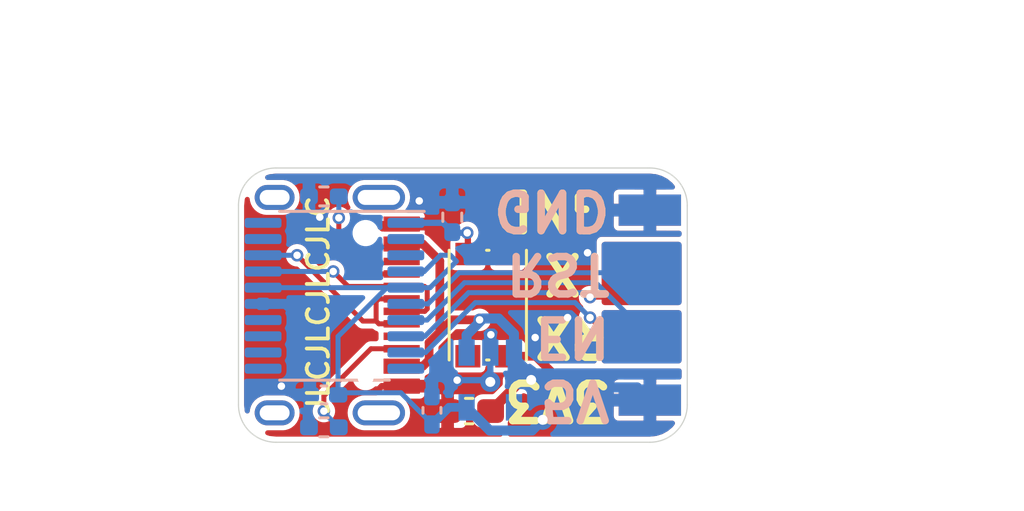
<source format=kicad_pcb>
(kicad_pcb (version 20171130) (host pcbnew 5.1.9+dfsg1-1+deb11u1)

  (general
    (thickness 1.6)
    (drawings 19)
    (tracks 142)
    (zones 0)
    (modules 11)
    (nets 26)
  )

  (page A4)
  (layers
    (0 F.Cu signal)
    (31 B.Cu signal)
    (32 B.Adhes user)
    (33 F.Adhes user)
    (34 B.Paste user)
    (35 F.Paste user)
    (36 B.SilkS user)
    (37 F.SilkS user)
    (38 B.Mask user)
    (39 F.Mask user)
    (40 Dwgs.User user)
    (41 Cmts.User user)
    (42 Eco1.User user)
    (43 Eco2.User user)
    (44 Edge.Cuts user)
    (45 Margin user)
    (46 B.CrtYd user)
    (47 F.CrtYd user)
    (48 B.Fab user)
    (49 F.Fab user)
  )

  (setup
    (last_trace_width 0.25)
    (trace_clearance 0.2)
    (zone_clearance 0.2)
    (zone_45_only no)
    (trace_min 0.2)
    (via_size 0.5)
    (via_drill 0.3)
    (via_min_size 0.4)
    (via_min_drill 0.3)
    (uvia_size 0.3)
    (uvia_drill 0.1)
    (uvias_allowed no)
    (uvia_min_size 0.2)
    (uvia_min_drill 0.1)
    (edge_width 0.05)
    (segment_width 0.2)
    (pcb_text_width 0.3)
    (pcb_text_size 1.5 1.5)
    (mod_edge_width 0.12)
    (mod_text_size 1 1)
    (mod_text_width 0.15)
    (pad_size 0.9 1)
    (pad_drill 0)
    (pad_to_mask_clearance 0)
    (aux_axis_origin 0 0)
    (visible_elements FFFFFF7F)
    (pcbplotparams
      (layerselection 0x010f0_ffffffff)
      (usegerberextensions true)
      (usegerberattributes false)
      (usegerberadvancedattributes false)
      (creategerberjobfile false)
      (excludeedgelayer true)
      (linewidth 0.100000)
      (plotframeref false)
      (viasonmask false)
      (mode 1)
      (useauxorigin false)
      (hpglpennumber 1)
      (hpglpenspeed 20)
      (hpglpendiameter 15.000000)
      (psnegative false)
      (psa4output false)
      (plotreference true)
      (plotvalue true)
      (plotinvisibletext false)
      (padsonsilk false)
      (subtractmaskfromsilk true)
      (outputformat 1)
      (mirror false)
      (drillshape 0)
      (scaleselection 1)
      (outputdirectory "gerb/"))
  )

  (net 0 "")
  (net 1 GND)
  (net 2 VUSB)
  (net 3 "Net-(J1-PadA8)")
  (net 4 "Net-(J1-PadB8)")
  (net 5 TX)
  (net 6 RX)
  (net 7 "Net-(U1-Pad11)")
  (net 8 "Net-(U1-Pad12)")
  (net 9 VCC)
  (net 10 "Net-(U2-Pad4)")
  (net 11 dp)
  (net 12 dm)
  (net 13 CC2)
  (net 14 CC1)
  (net 15 EN)
  (net 16 RST)
  (net 17 "Net-(J1-PadS1)")
  (net 18 "Net-(R4-Pad1)")
  (net 19 "Net-(U1-Pad2)")
  (net 20 "Net-(U1-Pad3)")
  (net 21 "Net-(U1-Pad13)")
  (net 22 "Net-(U1-Pad14)")
  (net 23 "Net-(U1-Pad19)")
  (net 24 "Net-(U1-Pad20)")
  (net 25 "Net-(U1-Pad10)")

  (net_class Default "This is the default net class."
    (clearance 0.2)
    (trace_width 0.25)
    (via_dia 0.5)
    (via_drill 0.3)
    (uvia_dia 0.3)
    (uvia_drill 0.1)
    (add_net GND)
    (add_net "Net-(J1-PadA8)")
    (add_net "Net-(J1-PadB8)")
    (add_net "Net-(J1-PadS1)")
    (add_net "Net-(R4-Pad1)")
    (add_net "Net-(U1-Pad10)")
    (add_net "Net-(U1-Pad11)")
    (add_net "Net-(U1-Pad12)")
    (add_net "Net-(U1-Pad13)")
    (add_net "Net-(U1-Pad14)")
    (add_net "Net-(U1-Pad19)")
    (add_net "Net-(U1-Pad2)")
    (add_net "Net-(U1-Pad20)")
    (add_net "Net-(U1-Pad3)")
    (add_net "Net-(U2-Pad4)")
  )

  (net_class current ""
    (clearance 0.45)
    (trace_width 2.5)
    (via_dia 0.5)
    (via_drill 0.3)
    (uvia_dia 0.3)
    (uvia_drill 0.1)
  )

  (net_class data ""
    (clearance 0.2)
    (trace_width 0.2)
    (via_dia 0.5)
    (via_drill 0.3)
    (uvia_dia 0.3)
    (uvia_drill 0.1)
    (add_net CC1)
    (add_net CC2)
    (add_net EN)
    (add_net RST)
    (add_net RX)
    (add_net TX)
    (add_net dm)
    (add_net dp)
  )

  (net_class power ""
    (clearance 0.2)
    (trace_width 0.35)
    (via_dia 0.8)
    (via_drill 0.4)
    (uvia_dia 0.3)
    (uvia_drill 0.1)
    (add_net VCC)
    (add_net VUSB)
  )

  (module Package_TO_SOT_SMD:SOT-23-5 (layer B.Cu) (tedit 645D165B) (tstamp 645BE65A)
    (at 7.6 3 270)
    (descr "5-pin SOT23 package")
    (tags SOT-23-5)
    (path /645E4E24)
    (attr smd)
    (fp_text reference U2 (at 0 2.9 90) (layer B.SilkS) hide
      (effects (font (size 1 1) (thickness 0.15)) (justify mirror))
    )
    (fp_text value AP2112K-3.3 (at 0 -2.9 90) (layer B.Fab)
      (effects (font (size 1 1) (thickness 0.15)) (justify mirror))
    )
    (fp_line (start 0.9 1.55) (end 0.9 -1.55) (layer B.Fab) (width 0.1))
    (fp_line (start 0.9 -1.55) (end -0.9 -1.55) (layer B.Fab) (width 0.1))
    (fp_line (start -0.9 0.9) (end -0.9 -1.55) (layer B.Fab) (width 0.1))
    (fp_line (start 0.9 1.55) (end -0.25 1.55) (layer B.Fab) (width 0.1))
    (fp_line (start -0.9 0.9) (end -0.25 1.55) (layer B.Fab) (width 0.1))
    (fp_line (start -1.9 -1.8) (end -1.9 1.8) (layer B.CrtYd) (width 0.05))
    (fp_line (start 1.9 -1.8) (end -1.9 -1.8) (layer B.CrtYd) (width 0.05))
    (fp_line (start 1.9 1.8) (end 1.9 -1.8) (layer B.CrtYd) (width 0.05))
    (fp_line (start -1.9 1.8) (end 1.9 1.8) (layer B.CrtYd) (width 0.05))
    (fp_text user %R (at 0 0 180) (layer B.Fab)
      (effects (font (size 0.5 0.5) (thickness 0.075)) (justify mirror))
    )
    (pad 1 smd rect (at -1.1 0.95 270) (size 1.06 0.65) (layers B.Cu B.Paste B.Mask)
      (net 2 VUSB))
    (pad 2 smd rect (at -1.1 0 270) (size 1.06 0.65) (layers B.Cu B.Paste B.Mask)
      (net 1 GND))
    (pad 3 smd rect (at -1.1 -0.95 270) (size 1.06 0.65) (layers B.Cu B.Paste B.Mask)
      (net 2 VUSB))
    (pad 4 smd rect (at 1.1 -0.95 270) (size 1.06 0.65) (layers B.Cu B.Paste B.Mask)
      (net 10 "Net-(U2-Pad4)"))
    (pad 5 smd rect (at 1.1 0.95 270) (size 1.06 0.65) (layers B.Cu B.Paste B.Mask)
      (net 9 VCC))
    (model ${KISYS3DMOD}/Package_TO_SOT_SMD.3dshapes/SOT-23-5.wrl
      (at (xyz 0 0 0))
      (scale (xyz 1 1 1))
      (rotate (xyz 0 0 0))
    )
  )

  (module serial:PinSocket_2x04_P2.54mm_Edge (layer F.Cu) (tedit 645C1415) (tstamp 645C86CB)
    (at 14 0 180)
    (descr "Through hole angled socket strip, 2x04, 2.54mm pitch, 8.51mm socket length, double cols (from Kicad 4.0.7), script generated")
    (tags "Through hole angled socket strip THT 2x04 2.54mm double row")
    (path /6465166D)
    (fp_text reference J2 (at -2.54 0) (layer F.SilkS) hide
      (effects (font (size 1 1) (thickness 0.15)))
    )
    (fp_text value Conn_02x04_Top_Bottom (at -5.65 10.39) (layer F.Fab)
      (effects (font (size 1 1) (thickness 0.15)))
    )
    (pad 1 smd rect (at 0 -3.81 180) (size 2.5 1.25) (layers F.Cu F.Mask)
      (net 9 VCC))
    (pad 2 smd rect (at 0 -1.27 180) (size 2.5 1.25) (layers F.Cu F.Mask)
      (net 6 RX))
    (pad 3 smd rect (at 0 1.27 180) (size 2.5 1.25) (layers F.Cu F.Mask)
      (net 5 TX))
    (pad 4 smd rect (at 0 3.81 180) (size 2.5 1.25) (layers F.Cu F.Mask)
      (net 1 GND))
    (pad 5 smd rect (at 0 -3.81 180) (size 2.5 1.25) (layers B.Cu B.Mask)
      (net 2 VUSB))
    (pad 6 smd rect (at 0 -1.27 180) (size 2.5 1.25) (layers B.Cu B.Mask)
      (net 15 EN))
    (pad 7 smd rect (at 0 1.27 180) (size 2.5 1.25) (layers B.Cu B.Mask)
      (net 16 RST))
    (pad 8 smd rect (at 0 3.81 180) (size 2.5 1.25) (layers B.Cu B.Mask)
      (net 1 GND))
    (model ${KISYS3DMOD}/Connector_PinHeader_2.54mm.3dshapes/PinHeader_2x04_P2.54mm_Vertical.wrl
      (offset (xyz -1.8 -3.84 0.5))
      (scale (xyz 1 1 1))
      (rotate (xyz 0 -90 -180))
    )
  )

  (module footprints:USB_C_Receptacle_HRO_TYPE-C-31-M-12 (layer F.Cu) (tedit 645EAD65) (tstamp 645AB7C7)
    (at 0 0 270)
    (descr "USB Type-C receptacle for USB 2.0 and PD, http://www.krhro.com/uploads/soft/180320/1-1P320120243.pdf")
    (tags "usb usb-c 2.0 pd")
    (path /6427861C)
    (attr smd)
    (fp_text reference J1 (at 0 -5.645 90) (layer F.SilkS) hide
      (effects (font (size 1 1) (thickness 0.15)))
    )
    (fp_text value USB_C_Receptacle_USB2.0 (at 0 5.1 90) (layer F.Fab) hide
      (effects (font (size 1 1) (thickness 0.15)))
    )
    (fp_line (start 5.32 -5.27) (end 5.32 4.15) (layer F.CrtYd) (width 0.05))
    (fp_line (start -5.32 -5.27) (end -5.32 4.15) (layer F.CrtYd) (width 0.05))
    (fp_line (start -5.32 4.15) (end 5.32 4.15) (layer F.CrtYd) (width 0.05))
    (fp_line (start -5.32 -5.27) (end 5.32 -5.27) (layer F.CrtYd) (width 0.05))
    (fp_line (start 4.47 -3.65) (end 4.47 3.65) (layer F.Fab) (width 0.1))
    (fp_line (start -4.47 3.65) (end 4.47 3.65) (layer F.Fab) (width 0.1))
    (fp_line (start -4.47 -3.65) (end -4.47 3.65) (layer F.Fab) (width 0.1))
    (fp_line (start -4.47 -3.65) (end 4.47 -3.65) (layer F.Fab) (width 0.1))
    (fp_text user %R (at 0 0 90) (layer F.Fab)
      (effects (font (size 1 1) (thickness 0.15)))
    )
    (pad "" thru_hole oval (at 4.32 1.05 270) (size 1 1.6) (drill oval 0.6 1.2) (layers *.Cu *.Mask))
    (pad "" np_thru_hole circle (at 2.89 -2.6 270) (size 0.65 0.65) (drill 0.65) (layers *.Cu *.Mask)
      (zone_connect 2))
    (pad S1 thru_hole oval (at -4.32 1.05 270) (size 1 1.6) (drill oval 0.6 1.2) (layers *.Cu *.Mask)
      (net 17 "Net-(J1-PadS1)"))
    (pad "" np_thru_hole circle (at -2.89 -2.6 270) (size 0.65 0.65) (drill 0.65) (layers *.Cu *.Mask)
      (zone_connect 0))
    (pad "" thru_hole oval (at -4.32 -3.13 270) (size 1 2.1) (drill oval 0.6 1.7) (layers *.Cu *.Mask))
    (pad "" thru_hole oval (at 4.32 -3.13 270) (size 1 2.1) (drill oval 0.6 1.7) (layers *.Cu *.Mask))
    (pad A6 smd rect (at -0.25 -4.045 270) (size 0.3 1.45) (layers F.Cu F.Paste F.Mask)
      (net 11 dp))
    (pad B5 smd rect (at 1.75 -4.045 270) (size 0.3 1.45) (layers F.Cu F.Paste F.Mask)
      (net 13 CC2))
    (pad A8 smd rect (at 1.25 -4.045 270) (size 0.3 1.45) (layers F.Cu F.Paste F.Mask)
      (net 3 "Net-(J1-PadA8)"))
    (pad B6 smd rect (at 0.75 -4.045 270) (size 0.3 1.45) (layers F.Cu F.Paste F.Mask)
      (net 11 dp))
    (pad A7 smd rect (at 0.25 -4.045 270) (size 0.3 1.45) (layers F.Cu F.Paste F.Mask)
      (net 12 dm))
    (pad B7 smd rect (at -0.75 -4.045 270) (size 0.3 1.45) (layers F.Cu F.Paste F.Mask)
      (net 12 dm))
    (pad A5 smd rect (at -1.25 -4.045 270) (size 0.3 1.45) (layers F.Cu F.Paste F.Mask)
      (net 14 CC1))
    (pad B8 smd rect (at -1.75 -4.045 270) (size 0.3 1.45) (layers F.Cu F.Paste F.Mask)
      (net 4 "Net-(J1-PadB8)"))
    (pad A12 smd rect (at 3.25 -4.045 270) (size 0.6 1.45) (layers F.Cu F.Paste F.Mask)
      (net 1 GND))
    (pad B4 smd rect (at 2.45 -4.045 270) (size 0.6 1.45) (layers F.Cu F.Paste F.Mask)
      (net 2 VUSB))
    (pad A4 smd rect (at -2.45 -4.045 270) (size 0.6 1.45) (layers F.Cu F.Paste F.Mask)
      (net 2 VUSB))
    (pad A1 smd rect (at -3.25 -4.045 270) (size 0.6 1.45) (layers F.Cu F.Paste F.Mask)
      (net 1 GND))
    (pad B12 smd rect (at -3.25 -4.045 270) (size 0.6 1.45) (layers F.Cu F.Paste F.Mask)
      (net 1 GND))
    (pad B9 smd rect (at -2.45 -4.045 270) (size 0.6 1.45) (layers F.Cu F.Paste F.Mask)
      (net 2 VUSB))
    (pad A9 smd rect (at 2.45 -4.045 270) (size 0.6 1.45) (layers F.Cu F.Paste F.Mask)
      (net 2 VUSB))
    (pad B1 smd rect (at 3.25 -4.045 270) (size 0.6 1.45) (layers F.Cu F.Paste F.Mask)
      (net 1 GND))
    (model ${KISYS3DMOD}/Connector_USB.3dshapes/USB_C_Receptacle_HRO_TYPE-C-31-M-12.wrl
      (at (xyz 0 0 0))
      (scale (xyz 1 1 1))
      (rotate (xyz 0 0 0))
    )
  )

  (module Package_SO:TSSOP-20_4.4x6.5mm_P0.65mm (layer B.Cu) (tedit 5E476F32) (tstamp 65A4A2D3)
    (at 1.35 -0.375 180)
    (descr "TSSOP, 20 Pin (JEDEC MO-153 Var AC https://www.jedec.org/document_search?search_api_views_fulltext=MO-153), generated with kicad-footprint-generator ipc_gullwing_generator.py")
    (tags "TSSOP SO")
    (path /65A4E954)
    (attr smd)
    (fp_text reference U1 (at 0 4.2) (layer B.SilkS) hide
      (effects (font (size 1 1) (thickness 0.15)) (justify mirror))
    )
    (fp_text value STM32F042F4Px (at 0 -4.2) (layer B.Fab)
      (effects (font (size 1 1) (thickness 0.15)) (justify mirror))
    )
    (fp_line (start 3.85 3.5) (end -3.85 3.5) (layer B.CrtYd) (width 0.05))
    (fp_line (start 3.85 -3.5) (end 3.85 3.5) (layer B.CrtYd) (width 0.05))
    (fp_line (start -3.85 -3.5) (end 3.85 -3.5) (layer B.CrtYd) (width 0.05))
    (fp_line (start -3.85 3.5) (end -3.85 -3.5) (layer B.CrtYd) (width 0.05))
    (fp_line (start -2.2 2.25) (end -1.2 3.25) (layer B.Fab) (width 0.1))
    (fp_line (start -2.2 -3.25) (end -2.2 2.25) (layer B.Fab) (width 0.1))
    (fp_line (start 2.2 -3.25) (end -2.2 -3.25) (layer B.Fab) (width 0.1))
    (fp_line (start 2.2 3.25) (end 2.2 -3.25) (layer B.Fab) (width 0.1))
    (fp_line (start -1.2 3.25) (end 2.2 3.25) (layer B.Fab) (width 0.1))
    (fp_line (start 0 3.385) (end -3.6 3.385) (layer B.SilkS) (width 0.12))
    (fp_line (start 0 3.385) (end 2.2 3.385) (layer B.SilkS) (width 0.12))
    (fp_line (start 0 -3.385) (end -2.2 -3.385) (layer B.SilkS) (width 0.12))
    (fp_line (start 0 -3.385) (end 2.2 -3.385) (layer B.SilkS) (width 0.12))
    (fp_text user %R (at 0 0) (layer B.Fab)
      (effects (font (size 1 1) (thickness 0.15)) (justify mirror))
    )
    (pad 1 smd roundrect (at -2.8625 2.925 180) (size 1.475 0.4) (layers B.Cu B.Paste B.Mask) (roundrect_rratio 0.25)
      (net 18 "Net-(R4-Pad1)"))
    (pad 2 smd roundrect (at -2.8625 2.275 180) (size 1.475 0.4) (layers B.Cu B.Paste B.Mask) (roundrect_rratio 0.25)
      (net 19 "Net-(U1-Pad2)"))
    (pad 3 smd roundrect (at -2.8625 1.625 180) (size 1.475 0.4) (layers B.Cu B.Paste B.Mask) (roundrect_rratio 0.25)
      (net 20 "Net-(U1-Pad3)"))
    (pad 4 smd roundrect (at -2.8625 0.975 180) (size 1.475 0.4) (layers B.Cu B.Paste B.Mask) (roundrect_rratio 0.25)
      (net 9 VCC))
    (pad 5 smd roundrect (at -2.8625 0.325 180) (size 1.475 0.4) (layers B.Cu B.Paste B.Mask) (roundrect_rratio 0.25)
      (net 9 VCC))
    (pad 6 smd roundrect (at -2.8625 -0.325 180) (size 1.475 0.4) (layers B.Cu B.Paste B.Mask) (roundrect_rratio 0.25)
      (net 16 RST))
    (pad 7 smd roundrect (at -2.8625 -0.975 180) (size 1.475 0.4) (layers B.Cu B.Paste B.Mask) (roundrect_rratio 0.25)
      (net 15 EN))
    (pad 8 smd roundrect (at -2.8625 -1.625 180) (size 1.475 0.4) (layers B.Cu B.Paste B.Mask) (roundrect_rratio 0.25)
      (net 5 TX))
    (pad 9 smd roundrect (at -2.8625 -2.275 180) (size 1.475 0.4) (layers B.Cu B.Paste B.Mask) (roundrect_rratio 0.25)
      (net 6 RX))
    (pad 10 smd roundrect (at -2.8625 -2.925 180) (size 1.475 0.4) (layers B.Cu B.Paste B.Mask) (roundrect_rratio 0.25)
      (net 25 "Net-(U1-Pad10)"))
    (pad 11 smd roundrect (at 2.8625 -2.925 180) (size 1.475 0.4) (layers B.Cu B.Paste B.Mask) (roundrect_rratio 0.25)
      (net 7 "Net-(U1-Pad11)"))
    (pad 12 smd roundrect (at 2.8625 -2.275 180) (size 1.475 0.4) (layers B.Cu B.Paste B.Mask) (roundrect_rratio 0.25)
      (net 8 "Net-(U1-Pad12)"))
    (pad 13 smd roundrect (at 2.8625 -1.625 180) (size 1.475 0.4) (layers B.Cu B.Paste B.Mask) (roundrect_rratio 0.25)
      (net 21 "Net-(U1-Pad13)"))
    (pad 14 smd roundrect (at 2.8625 -0.975 180) (size 1.475 0.4) (layers B.Cu B.Paste B.Mask) (roundrect_rratio 0.25)
      (net 22 "Net-(U1-Pad14)"))
    (pad 15 smd roundrect (at 2.8625 -0.325 180) (size 1.475 0.4) (layers B.Cu B.Paste B.Mask) (roundrect_rratio 0.25)
      (net 1 GND))
    (pad 16 smd roundrect (at 2.8625 0.325 180) (size 1.475 0.4) (layers B.Cu B.Paste B.Mask) (roundrect_rratio 0.25)
      (net 9 VCC))
    (pad 17 smd roundrect (at 2.8625 0.975 180) (size 1.475 0.4) (layers B.Cu B.Paste B.Mask) (roundrect_rratio 0.25)
      (net 12 dm))
    (pad 18 smd roundrect (at 2.8625 1.625 180) (size 1.475 0.4) (layers B.Cu B.Paste B.Mask) (roundrect_rratio 0.25)
      (net 11 dp))
    (pad 19 smd roundrect (at 2.8625 2.275 180) (size 1.475 0.4) (layers B.Cu B.Paste B.Mask) (roundrect_rratio 0.25)
      (net 23 "Net-(U1-Pad19)"))
    (pad 20 smd roundrect (at 2.8625 2.925 180) (size 1.475 0.4) (layers B.Cu B.Paste B.Mask) (roundrect_rratio 0.25)
      (net 24 "Net-(U1-Pad20)"))
    (model ${KISYS3DMOD}/Package_SO.3dshapes/TSSOP-20_4.4x6.5mm_P0.65mm.wrl
      (at (xyz 0 0 0))
      (scale (xyz 1 1 1))
      (rotate (xyz 0 0 0))
    )
  )

  (module Capacitor_SMD:C_0402_1005Metric_Pad0.74x0.62mm_HandSolder (layer B.Cu) (tedit 5F6BB22C) (tstamp 65A465EA)
    (at 0.93 3.6 180)
    (descr "Capacitor SMD 0402 (1005 Metric), square (rectangular) end terminal, IPC_7351 nominal with elongated pad for handsoldering. (Body size source: IPC-SM-782 page 76, https://www.pcb-3d.com/wordpress/wp-content/uploads/ipc-sm-782a_amendment_1_and_2.pdf), generated with kicad-footprint-generator")
    (tags "capacitor handsolder")
    (path /64473799)
    (attr smd)
    (fp_text reference C2 (at 0 1.16) (layer B.SilkS) hide
      (effects (font (size 1 1) (thickness 0.15)) (justify mirror))
    )
    (fp_text value 1uF (at 0 -1.16) (layer B.Fab)
      (effects (font (size 1 1) (thickness 0.15)) (justify mirror))
    )
    (fp_line (start -0.5 -0.25) (end -0.5 0.25) (layer B.Fab) (width 0.1))
    (fp_line (start -0.5 0.25) (end 0.5 0.25) (layer B.Fab) (width 0.1))
    (fp_line (start 0.5 0.25) (end 0.5 -0.25) (layer B.Fab) (width 0.1))
    (fp_line (start 0.5 -0.25) (end -0.5 -0.25) (layer B.Fab) (width 0.1))
    (fp_line (start -0.115835 0.36) (end 0.115835 0.36) (layer B.SilkS) (width 0.12))
    (fp_line (start -0.115835 -0.36) (end 0.115835 -0.36) (layer B.SilkS) (width 0.12))
    (fp_line (start -1.08 -0.46) (end -1.08 0.46) (layer B.CrtYd) (width 0.05))
    (fp_line (start -1.08 0.46) (end 1.08 0.46) (layer B.CrtYd) (width 0.05))
    (fp_line (start 1.08 0.46) (end 1.08 -0.46) (layer B.CrtYd) (width 0.05))
    (fp_line (start 1.08 -0.46) (end -1.08 -0.46) (layer B.CrtYd) (width 0.05))
    (fp_text user %R (at 0 0) (layer B.Fab)
      (effects (font (size 0.25 0.25) (thickness 0.04)) (justify mirror))
    )
    (pad 2 smd roundrect (at 0.5675 0 180) (size 0.735 0.62) (layers B.Cu B.Paste B.Mask) (roundrect_rratio 0.25)
      (net 1 GND))
    (pad 1 smd roundrect (at -0.5675 0 180) (size 0.735 0.62) (layers B.Cu B.Paste B.Mask) (roundrect_rratio 0.25)
      (net 9 VCC))
    (model ${KISYS3DMOD}/Capacitor_SMD.3dshapes/C_0402_1005Metric.wrl
      (at (xyz 0 0 0))
      (scale (xyz 1 1 1))
      (rotate (xyz 0 0 0))
    )
  )

  (module Resistor_SMD:R_0402_1005Metric_Pad0.72x0.64mm_HandSolder (layer B.Cu) (tedit 5F6BB9E0) (tstamp 65A465FB)
    (at 0.925 4.9)
    (descr "Resistor SMD 0402 (1005 Metric), square (rectangular) end terminal, IPC_7351 nominal with elongated pad for handsoldering. (Body size source: IPC-SM-782 page 72, https://www.pcb-3d.com/wordpress/wp-content/uploads/ipc-sm-782a_amendment_1_and_2.pdf), generated with kicad-footprint-generator")
    (tags "resistor handsolder")
    (path /6428F85D)
    (attr smd)
    (fp_text reference R1 (at 0 1.17) (layer B.SilkS) hide
      (effects (font (size 1 1) (thickness 0.15)) (justify mirror))
    )
    (fp_text value "5k1 Ohm" (at 0 -1.17) (layer B.Fab)
      (effects (font (size 1 1) (thickness 0.15)) (justify mirror))
    )
    (fp_line (start 1.1 -0.47) (end -1.1 -0.47) (layer B.CrtYd) (width 0.05))
    (fp_line (start 1.1 0.47) (end 1.1 -0.47) (layer B.CrtYd) (width 0.05))
    (fp_line (start -1.1 0.47) (end 1.1 0.47) (layer B.CrtYd) (width 0.05))
    (fp_line (start -1.1 -0.47) (end -1.1 0.47) (layer B.CrtYd) (width 0.05))
    (fp_line (start -0.167621 -0.38) (end 0.167621 -0.38) (layer B.SilkS) (width 0.12))
    (fp_line (start -0.167621 0.38) (end 0.167621 0.38) (layer B.SilkS) (width 0.12))
    (fp_line (start 0.525 -0.27) (end -0.525 -0.27) (layer B.Fab) (width 0.1))
    (fp_line (start 0.525 0.27) (end 0.525 -0.27) (layer B.Fab) (width 0.1))
    (fp_line (start -0.525 0.27) (end 0.525 0.27) (layer B.Fab) (width 0.1))
    (fp_line (start -0.525 -0.27) (end -0.525 0.27) (layer B.Fab) (width 0.1))
    (fp_text user %R (at 0 0) (layer B.Fab)
      (effects (font (size 0.26 0.26) (thickness 0.04)) (justify mirror))
    )
    (pad 1 smd roundrect (at -0.5975 0) (size 0.715 0.64) (layers B.Cu B.Paste B.Mask) (roundrect_rratio 0.25)
      (net 1 GND))
    (pad 2 smd roundrect (at 0.5975 0) (size 0.715 0.64) (layers B.Cu B.Paste B.Mask) (roundrect_rratio 0.25)
      (net 13 CC2))
    (model ${KISYS3DMOD}/Resistor_SMD.3dshapes/R_0402_1005Metric.wrl
      (at (xyz 0 0 0))
      (scale (xyz 1 1 1))
      (rotate (xyz 0 0 0))
    )
  )

  (module Resistor_SMD:R_0402_1005Metric_Pad0.72x0.64mm_HandSolder (layer B.Cu) (tedit 5F6BB9E0) (tstamp 65A4660C)
    (at 0.925 -4.36)
    (descr "Resistor SMD 0402 (1005 Metric), square (rectangular) end terminal, IPC_7351 nominal with elongated pad for handsoldering. (Body size source: IPC-SM-782 page 72, https://www.pcb-3d.com/wordpress/wp-content/uploads/ipc-sm-782a_amendment_1_and_2.pdf), generated with kicad-footprint-generator")
    (tags "resistor handsolder")
    (path /642975F3)
    (attr smd)
    (fp_text reference R2 (at 0 1.17) (layer B.SilkS) hide
      (effects (font (size 1 1) (thickness 0.15)) (justify mirror))
    )
    (fp_text value "5k1 Ohm" (at 0 -1.17) (layer B.Fab)
      (effects (font (size 1 1) (thickness 0.15)) (justify mirror))
    )
    (fp_line (start -0.525 -0.27) (end -0.525 0.27) (layer B.Fab) (width 0.1))
    (fp_line (start -0.525 0.27) (end 0.525 0.27) (layer B.Fab) (width 0.1))
    (fp_line (start 0.525 0.27) (end 0.525 -0.27) (layer B.Fab) (width 0.1))
    (fp_line (start 0.525 -0.27) (end -0.525 -0.27) (layer B.Fab) (width 0.1))
    (fp_line (start -0.167621 0.38) (end 0.167621 0.38) (layer B.SilkS) (width 0.12))
    (fp_line (start -0.167621 -0.38) (end 0.167621 -0.38) (layer B.SilkS) (width 0.12))
    (fp_line (start -1.1 -0.47) (end -1.1 0.47) (layer B.CrtYd) (width 0.05))
    (fp_line (start -1.1 0.47) (end 1.1 0.47) (layer B.CrtYd) (width 0.05))
    (fp_line (start 1.1 0.47) (end 1.1 -0.47) (layer B.CrtYd) (width 0.05))
    (fp_line (start 1.1 -0.47) (end -1.1 -0.47) (layer B.CrtYd) (width 0.05))
    (fp_text user %R (at 0 0) (layer B.Fab)
      (effects (font (size 0.26 0.26) (thickness 0.04)) (justify mirror))
    )
    (pad 2 smd roundrect (at 0.5975 0) (size 0.715 0.64) (layers B.Cu B.Paste B.Mask) (roundrect_rratio 0.25)
      (net 14 CC1))
    (pad 1 smd roundrect (at -0.5975 0) (size 0.715 0.64) (layers B.Cu B.Paste B.Mask) (roundrect_rratio 0.25)
      (net 1 GND))
    (model ${KISYS3DMOD}/Resistor_SMD.3dshapes/R_0402_1005Metric.wrl
      (at (xyz 0 0 0))
      (scale (xyz 1 1 1))
      (rotate (xyz 0 0 0))
    )
  )

  (module Resistor_SMD:R_0402_1005Metric_Pad0.72x0.64mm_HandSolder (layer B.Cu) (tedit 5F6BB9E0) (tstamp 65A4662E)
    (at 6.075 -3.525 90)
    (descr "Resistor SMD 0402 (1005 Metric), square (rectangular) end terminal, IPC_7351 nominal with elongated pad for handsoldering. (Body size source: IPC-SM-782 page 72, https://www.pcb-3d.com/wordpress/wp-content/uploads/ipc-sm-782a_amendment_1_and_2.pdf), generated with kicad-footprint-generator")
    (tags "resistor handsolder")
    (path /65A56361)
    (attr smd)
    (fp_text reference R4 (at 0 1.17 90) (layer B.SilkS) hide
      (effects (font (size 1 1) (thickness 0.15)) (justify mirror))
    )
    (fp_text value "10k Ohm" (at 0 -1.17 90) (layer B.Fab)
      (effects (font (size 1 1) (thickness 0.15)) (justify mirror))
    )
    (fp_line (start -0.525 -0.27) (end -0.525 0.27) (layer B.Fab) (width 0.1))
    (fp_line (start -0.525 0.27) (end 0.525 0.27) (layer B.Fab) (width 0.1))
    (fp_line (start 0.525 0.27) (end 0.525 -0.27) (layer B.Fab) (width 0.1))
    (fp_line (start 0.525 -0.27) (end -0.525 -0.27) (layer B.Fab) (width 0.1))
    (fp_line (start -0.167621 0.38) (end 0.167621 0.38) (layer B.SilkS) (width 0.12))
    (fp_line (start -0.167621 -0.38) (end 0.167621 -0.38) (layer B.SilkS) (width 0.12))
    (fp_line (start -1.1 -0.47) (end -1.1 0.47) (layer B.CrtYd) (width 0.05))
    (fp_line (start -1.1 0.47) (end 1.1 0.47) (layer B.CrtYd) (width 0.05))
    (fp_line (start 1.1 0.47) (end 1.1 -0.47) (layer B.CrtYd) (width 0.05))
    (fp_line (start 1.1 -0.47) (end -1.1 -0.47) (layer B.CrtYd) (width 0.05))
    (fp_text user %R (at 0 0 90) (layer B.Fab)
      (effects (font (size 0.26 0.26) (thickness 0.04)) (justify mirror))
    )
    (pad 2 smd roundrect (at 0.5975 0 90) (size 0.715 0.64) (layers B.Cu B.Paste B.Mask) (roundrect_rratio 0.25)
      (net 1 GND))
    (pad 1 smd roundrect (at -0.5975 0 90) (size 0.715 0.64) (layers B.Cu B.Paste B.Mask) (roundrect_rratio 0.25)
      (net 18 "Net-(R4-Pad1)"))
    (model ${KISYS3DMOD}/Resistor_SMD.3dshapes/R_0402_1005Metric.wrl
      (at (xyz 0 0 0))
      (scale (xyz 1 1 1))
      (rotate (xyz 0 0 0))
    )
  )

  (module Button_Switch_SMD:SW_Push_1P1T_NO_CK_KMR2 (layer F.Cu) (tedit 65A4172E) (tstamp 65A46644)
    (at 7.5 0 90)
    (descr "CK components KMR2 tactile switch http://www.ckswitches.com/media/1479/kmr2.pdf")
    (tags "tactile switch kmr2")
    (path /65AA2F69)
    (attr smd)
    (fp_text reference SW1 (at 0 -2.45 90) (layer F.SilkS) hide
      (effects (font (size 1 1) (thickness 0.15)))
    )
    (fp_text value SW_SPST (at 0 2.55 90) (layer F.Fab)
      (effects (font (size 1 1) (thickness 0.15)))
    )
    (fp_line (start -2.2 0.05) (end -2.2 -0.05) (layer F.SilkS) (width 0.12))
    (fp_line (start 2.2 -1.55) (end -2.2 -1.55) (layer F.SilkS) (width 0.12))
    (fp_line (start -2.2 1.55) (end 2.2 1.55) (layer F.SilkS) (width 0.12))
    (fp_circle (center 0 0) (end 0 0.8) (layer F.Fab) (width 0.1))
    (fp_line (start -2.8 1.8) (end -2.8 -1.8) (layer F.CrtYd) (width 0.05))
    (fp_line (start 2.8 1.8) (end -2.8 1.8) (layer F.CrtYd) (width 0.05))
    (fp_line (start 2.8 -1.8) (end 2.8 1.8) (layer F.CrtYd) (width 0.05))
    (fp_line (start -2.8 -1.8) (end 2.8 -1.8) (layer F.CrtYd) (width 0.05))
    (fp_line (start 2.2 0.05) (end 2.2 -0.05) (layer F.SilkS) (width 0.12))
    (fp_line (start -2.1 1.4) (end -2.1 -1.4) (layer F.Fab) (width 0.1))
    (fp_line (start 2.1 1.4) (end -2.1 1.4) (layer F.Fab) (width 0.1))
    (fp_line (start 2.1 -1.4) (end 2.1 1.4) (layer F.Fab) (width 0.1))
    (fp_line (start -2.1 -1.4) (end 2.1 -1.4) (layer F.Fab) (width 0.1))
    (fp_text user %R (at 0 -2.45 90) (layer F.Fab)
      (effects (font (size 1 1) (thickness 0.15)))
    )
    (pad NC smd rect (at -2.05 -0.8 90) (size 0.9 1) (layers F.Cu F.Paste F.Mask))
    (pad 2 smd rect (at -2.05 0.8 90) (size 0.9 1) (layers F.Cu F.Paste F.Mask)
      (net 9 VCC))
    (pad 1 smd rect (at 2.05 -0.8 90) (size 0.9 1) (layers F.Cu F.Paste F.Mask)
      (net 18 "Net-(R4-Pad1)"))
    (pad NC smd rect (at 2.05 0.8 90) (size 0.9 1) (layers F.Cu F.Paste F.Mask))
    (model ${KISYS3DMOD}/Button_Switch_SMD.3dshapes/SW_Push_1P1T_NO_CK_KMR2.wrl
      (at (xyz 0 0 0))
      (scale (xyz 1 1 1))
      (rotate (xyz 0 0 0))
    )
  )

  (module Capacitor_SMD:C_0603_1608Metric_Pad1.08x0.95mm_HandSolder (layer F.Cu) (tedit 5F68FEEF) (tstamp 65A4B013)
    (at 6.75 4.25 180)
    (descr "Capacitor SMD 0603 (1608 Metric), square (rectangular) end terminal, IPC_7351 nominal with elongated pad for handsoldering. (Body size source: IPC-SM-782 page 76, https://www.pcb-3d.com/wordpress/wp-content/uploads/ipc-sm-782a_amendment_1_and_2.pdf), generated with kicad-footprint-generator")
    (tags "capacitor handsolder")
    (path /6442DCA1)
    (attr smd)
    (fp_text reference C1 (at 0 -1.43) (layer F.SilkS) hide
      (effects (font (size 1 1) (thickness 0.15)))
    )
    (fp_text value 1uF (at 0 1.43) (layer F.Fab)
      (effects (font (size 1 1) (thickness 0.15)))
    )
    (fp_text user %R (at 0 0) (layer F.Fab)
      (effects (font (size 0.4 0.4) (thickness 0.06)))
    )
    (fp_line (start -0.8 0.4) (end -0.8 -0.4) (layer F.Fab) (width 0.1))
    (fp_line (start -0.8 -0.4) (end 0.8 -0.4) (layer F.Fab) (width 0.1))
    (fp_line (start 0.8 -0.4) (end 0.8 0.4) (layer F.Fab) (width 0.1))
    (fp_line (start 0.8 0.4) (end -0.8 0.4) (layer F.Fab) (width 0.1))
    (fp_line (start -0.146267 -0.51) (end 0.146267 -0.51) (layer F.SilkS) (width 0.12))
    (fp_line (start -0.146267 0.51) (end 0.146267 0.51) (layer F.SilkS) (width 0.12))
    (fp_line (start -1.65 0.73) (end -1.65 -0.73) (layer F.CrtYd) (width 0.05))
    (fp_line (start -1.65 -0.73) (end 1.65 -0.73) (layer F.CrtYd) (width 0.05))
    (fp_line (start 1.65 -0.73) (end 1.65 0.73) (layer F.CrtYd) (width 0.05))
    (fp_line (start 1.65 0.73) (end -1.65 0.73) (layer F.CrtYd) (width 0.05))
    (pad 2 smd roundrect (at 0.8625 0 180) (size 1.075 0.95) (layers F.Cu F.Paste F.Mask) (roundrect_rratio 0.25)
      (net 1 GND))
    (pad 1 smd roundrect (at -0.8625 0 180) (size 1.075 0.95) (layers F.Cu F.Paste F.Mask) (roundrect_rratio 0.25)
      (net 2 VUSB))
    (model ${KISYS3DMOD}/Capacitor_SMD.3dshapes/C_0603_1608Metric.wrl
      (at (xyz 0 0 0))
      (scale (xyz 1 1 1))
      (rotate (xyz 0 0 0))
    )
  )

  (module Capacitor_SMD:C_0402_1005Metric_Pad0.74x0.62mm_HandSolder (layer B.Cu) (tedit 5F6BB22C) (tstamp 65A4BE14)
    (at 5.26 4.22 90)
    (descr "Capacitor SMD 0402 (1005 Metric), square (rectangular) end terminal, IPC_7351 nominal with elongated pad for handsoldering. (Body size source: IPC-SM-782 page 76, https://www.pcb-3d.com/wordpress/wp-content/uploads/ipc-sm-782a_amendment_1_and_2.pdf), generated with kicad-footprint-generator")
    (tags "capacitor handsolder")
    (path /65B10041)
    (attr smd)
    (fp_text reference C3 (at 0 1.16 90) (layer B.SilkS) hide
      (effects (font (size 1 1) (thickness 0.15)) (justify mirror))
    )
    (fp_text value 1uF (at 0 -1.16 90) (layer B.Fab)
      (effects (font (size 1 1) (thickness 0.15)) (justify mirror))
    )
    (fp_line (start 1.08 -0.46) (end -1.08 -0.46) (layer B.CrtYd) (width 0.05))
    (fp_line (start 1.08 0.46) (end 1.08 -0.46) (layer B.CrtYd) (width 0.05))
    (fp_line (start -1.08 0.46) (end 1.08 0.46) (layer B.CrtYd) (width 0.05))
    (fp_line (start -1.08 -0.46) (end -1.08 0.46) (layer B.CrtYd) (width 0.05))
    (fp_line (start -0.115835 -0.36) (end 0.115835 -0.36) (layer B.SilkS) (width 0.12))
    (fp_line (start -0.115835 0.36) (end 0.115835 0.36) (layer B.SilkS) (width 0.12))
    (fp_line (start 0.5 -0.25) (end -0.5 -0.25) (layer B.Fab) (width 0.1))
    (fp_line (start 0.5 0.25) (end 0.5 -0.25) (layer B.Fab) (width 0.1))
    (fp_line (start -0.5 0.25) (end 0.5 0.25) (layer B.Fab) (width 0.1))
    (fp_line (start -0.5 -0.25) (end -0.5 0.25) (layer B.Fab) (width 0.1))
    (fp_text user %R (at 0 0 90) (layer B.Fab)
      (effects (font (size 0.25 0.25) (thickness 0.04)) (justify mirror))
    )
    (pad 1 smd roundrect (at -0.5675 0 90) (size 0.735 0.62) (layers B.Cu B.Paste B.Mask) (roundrect_rratio 0.25)
      (net 9 VCC))
    (pad 2 smd roundrect (at 0.5675 0 90) (size 0.735 0.62) (layers B.Cu B.Paste B.Mask) (roundrect_rratio 0.25)
      (net 1 GND))
    (model ${KISYS3DMOD}/Capacitor_SMD.3dshapes/C_0402_1005Metric.wrl
      (at (xyz 0 0 0))
      (scale (xyz 1 1 1))
      (rotate (xyz 0 0 0))
    )
  )

  (gr_text JLCJLCJLCJLC (at 0.7 0 90) (layer F.SilkS)
    (effects (font (size 0.85 0.85) (thickness 0.15)))
  )
  (gr_arc (start -1 -4) (end -1 -5.5) (angle -90) (layer Edge.Cuts) (width 0.05) (tstamp 645B7DC8))
  (gr_arc (start -1 4) (end -2.5 4) (angle -90) (layer Edge.Cuts) (width 0.05) (tstamp 645B7DB8))
  (gr_arc (start 14 4) (end 14 5.5) (angle -90) (layer Edge.Cuts) (width 0.05) (tstamp 645C871F))
  (dimension 11 (width 0.15) (layer Cmts.User)
    (gr_text "11.000 mm" (at -8.4 0 90) (layer Cmts.User)
      (effects (font (size 1 1) (thickness 0.15)))
    )
    (feature1 (pts (xy -1 -5.5) (xy -7.686421 -5.5)))
    (feature2 (pts (xy -1 5.5) (xy -7.686421 5.5)))
    (crossbar (pts (xy -7.1 5.5) (xy -7.1 -5.5)))
    (arrow1a (pts (xy -7.1 -5.5) (xy -6.513579 -4.373496)))
    (arrow1b (pts (xy -7.1 -5.5) (xy -7.686421 -4.373496)))
    (arrow2a (pts (xy -7.1 5.5) (xy -6.513579 4.373496)))
    (arrow2b (pts (xy -7.1 5.5) (xy -7.686421 4.373496)))
  )
  (dimension 18 (width 0.15) (layer Cmts.User) (tstamp 65A47216)
    (gr_text "18.000 mm" (at 6.5 -11.54) (layer Cmts.User) (tstamp 65A47216)
      (effects (font (size 1 1) (thickness 0.15)))
    )
    (feature1 (pts (xy -2.5 -4.85) (xy -2.5 -10.826421)))
    (feature2 (pts (xy 15.5 -4.85) (xy 15.5 -10.826421)))
    (crossbar (pts (xy 15.5 -10.24) (xy -2.5 -10.24)))
    (arrow1a (pts (xy -2.5 -10.24) (xy -1.373496 -9.653579)))
    (arrow1b (pts (xy -2.5 -10.24) (xy -1.373496 -10.826421)))
    (arrow2a (pts (xy 15.5 -10.24) (xy 14.373496 -9.653579)))
    (arrow2b (pts (xy 15.5 -10.24) (xy 14.373496 -10.826421)))
  )
  (gr_text GND (at 12.55 -3.81 180) (layer B.SilkS) (tstamp 65A47212)
    (effects (font (size 1.5 1.5) (thickness 0.3)) (justify right mirror))
  )
  (gr_line (start 15.5 -4) (end 15.5 4) (layer Edge.Cuts) (width 0.05) (tstamp 645B6AC9))
  (gr_arc (start 14 -4) (end 15.5 -4) (angle -90) (layer Edge.Cuts) (width 0.05) (tstamp 645B6AC6))
  (gr_line (start -1 -5.5) (end 14 -5.5) (layer Edge.Cuts) (width 0.05))
  (gr_line (start -2.5 4) (end -2.5 -4) (layer Edge.Cuts) (width 0.05) (tstamp 645B7480))
  (gr_line (start 14 5.5) (end -1 5.5) (layer Edge.Cuts) (width 0.05))
  (gr_text 5V (at 12.55 3.81 180) (layer B.SilkS) (tstamp 65A4721E)
    (effects (font (size 1.5 1.5) (thickness 0.3)) (justify right mirror))
  )
  (gr_text RST (at 12.55 -1.27 180) (layer B.SilkS) (tstamp 65A4721B)
    (effects (font (size 1.5 1.5) (thickness 0.3)) (justify right mirror))
  )
  (gr_text EN (at 12.55 1.27 180) (layer B.SilkS) (tstamp 65A47221)
    (effects (font (size 1.5 1.5) (thickness 0.3)) (justify right mirror))
  )
  (gr_text TX (at 12.55 -1.27 180) (layer F.SilkS) (tstamp 645B29B1)
    (effects (font (size 1.5 1.5) (thickness 0.3)) (justify left))
  )
  (gr_text 3V3 (at 12.55 3.81 180) (layer F.SilkS) (tstamp 645B29B0)
    (effects (font (size 1.5 1.5) (thickness 0.3)) (justify left))
  )
  (gr_text GND (at 12.55 -3.81 180) (layer F.SilkS) (tstamp 645B207B)
    (effects (font (size 1.5 1.5) (thickness 0.3)) (justify left))
  )
  (gr_text RX (at 12.55 1.27 180) (layer F.SilkS)
    (effects (font (size 1.5 1.5) (thickness 0.3)) (justify left))
  )

  (segment (start 3.1 3.4) (end 3.052002 3.4) (width 0.25) (layer F.Cu) (net 1))
  (segment (start 3.25 3.25) (end 3.1 3.4) (width 0.25) (layer F.Cu) (net 1))
  (segment (start 4.045 3.25) (end 3.25 3.25) (width 0.25) (layer F.Cu) (net 1))
  (segment (start 4.045 -3.25) (end 3.2 -3.25) (width 0.25) (layer F.Cu) (net 1))
  (segment (start 3.2 -3.15) (end 3.274999 -3.075001) (width 0.25) (layer F.Cu) (net 1))
  (segment (start 3.2 -3.25) (end 3.2 -3.15) (width 0.25) (layer F.Cu) (net 1))
  (segment (start -0.711442 -0.05) (end -1.4 -0.05) (width 0.25) (layer B.Cu) (net 1))
  (segment (start 0.3575 1.018942) (end -0.711442 -0.05) (width 0.25) (layer B.Cu) (net 1))
  (segment (start 0.3575 3.575) (end 0.3575 1.018942) (width 0.25) (layer B.Cu) (net 1))
  (segment (start 0.3275 3.605) (end 0.3575 3.575) (width 0.25) (layer B.Cu) (net 1))
  (segment (start 0.3275 4.9) (end 0.3275 3.605) (width 0.25) (layer B.Cu) (net 1))
  (via (at 7.6 3.08) (size 0.8) (drill 0.4) (layers F.Cu B.Cu) (net 1) (tstamp 65A4A1DB))
  (via (at 7.622731 1.18637) (size 0.5) (drill 0.3) (layers F.Cu B.Cu) (net 1))
  (segment (start 7.625 2.275) (end 7.625 1.188639) (width 0.25) (layer B.Cu) (net 1))
  (segment (start 7.625 1.188639) (end 7.622731 1.18637) (width 0.25) (layer B.Cu) (net 1))
  (via (at -0.78 3.25) (size 0.5) (drill 0.3) (layers F.Cu B.Cu) (net 1) (tstamp 65A49FA6))
  (via (at 4.75 -4.18) (size 0.5) (drill 0.3) (layers F.Cu B.Cu) (net 1) (tstamp 65A49FA8))
  (via (at 0.76 -3.53) (size 0.5) (drill 0.3) (layers F.Cu B.Cu) (net 1) (tstamp 65A49FAA))
  (via (at 10.7 0.5) (size 0.5) (drill 0.3) (layers F.Cu B.Cu) (net 1) (tstamp 65A4B701))
  (via (at 11.5 -2.1) (size 0.5) (drill 0.3) (layers F.Cu B.Cu) (net 1) (tstamp 65A4B703))
  (via (at 6.27 3.01) (size 0.5) (drill 0.3) (layers F.Cu B.Cu) (net 1))
  (segment (start 7.6 3.08) (end 7.6 3.0875) (width 0.25) (layer F.Cu) (net 1))
  (segment (start 7.6 3.08) (end 6.34 3.08) (width 0.25) (layer F.Cu) (net 1))
  (segment (start 7.6 1.9) (end 7.6 2.68) (width 0.25) (layer B.Cu) (net 1))
  (segment (start 7.6 2.68) (end 7.27 3.01) (width 0.25) (layer B.Cu) (net 1))
  (segment (start 7.27 3.01) (end 6.27 3.01) (width 0.25) (layer B.Cu) (net 1))
  (segment (start 6.34 3.08) (end 6.27 3.01) (width 0.25) (layer F.Cu) (net 1))
  (via (at 9.4 1.3) (size 0.5) (drill 0.3) (layers F.Cu B.Cu) (net 1) (tstamp 65A4BCBD))
  (via (at 7.17 0.59) (size 0.5) (drill 0.3) (layers F.Cu B.Cu) (net 2) (tstamp 65A4A777))
  (segment (start 4.895002 2.45) (end 4.045 2.45) (width 0.35) (layer F.Cu) (net 2))
  (segment (start 5.145001 1.504999) (end 5.145001 2.200001) (width 0.35) (layer F.Cu) (net 2))
  (segment (start 5.575 -1.770002) (end 5.575 1.075) (width 0.35) (layer F.Cu) (net 2))
  (segment (start 4.895002 -2.45) (end 5.575 -1.770002) (width 0.35) (layer F.Cu) (net 2))
  (segment (start 5.145001 2.200001) (end 4.895002 2.45) (width 0.35) (layer F.Cu) (net 2))
  (segment (start 4.045 -2.45) (end 4.895002 -2.45) (width 0.35) (layer F.Cu) (net 2))
  (segment (start 5.575 1.075) (end 5.145001 1.504999) (width 0.35) (layer F.Cu) (net 2))
  (segment (start 8.575 2.275) (end 8.6 2.275) (width 0.35) (layer B.Cu) (net 2))
  (segment (start 8.55 1.151637) (end 8.55 1.9) (width 0.4) (layer B.Cu) (net 2))
  (segment (start 7.934732 0.536369) (end 8.55 1.151637) (width 0.4) (layer B.Cu) (net 2))
  (segment (start 7.31073 0.536369) (end 7.934732 0.536369) (width 0.4) (layer B.Cu) (net 2))
  (segment (start 6.65 1.197099) (end 7.31073 0.536369) (width 0.4) (layer B.Cu) (net 2))
  (segment (start 6.65 1.9) (end 6.65 1.197099) (width 0.4) (layer B.Cu) (net 2))
  (segment (start 13.49 3.3) (end 14 3.81) (width 0.4) (layer B.Cu) (net 2))
  (segment (start 9.75 3.3) (end 13.49 3.3) (width 0.4) (layer B.Cu) (net 2))
  (segment (start 8.55 2.1) (end 9.75 3.3) (width 0.4) (layer B.Cu) (net 2))
  (segment (start 8.55 1.9) (end 8.55 2.1) (width 0.4) (layer B.Cu) (net 2))
  (segment (start 6.06 0.59) (end 5.575 1.075) (width 0.35) (layer F.Cu) (net 2))
  (segment (start 7.17 0.59) (end 6.06 0.59) (width 0.35) (layer F.Cu) (net 2))
  (via (at 9.24 3) (size 0.8) (drill 0.4) (layers F.Cu B.Cu) (net 2))
  (segment (start 9.24 3) (end 8.8625 3) (width 0.4) (layer F.Cu) (net 2))
  (segment (start 9.24 3.1725) (end 9.24 3) (width 0.35) (layer F.Cu) (net 2))
  (segment (start 8.8625 3) (end 7.6125 4.25) (width 0.4) (layer F.Cu) (net 2))
  (segment (start 12.92 -1.35) (end 13 -1.27) (width 0.2) (layer F.Cu) (net 5))
  (segment (start 13.955998 -1.27) (end 14 -1.27) (width 0.2) (layer F.Cu) (net 5))
  (via (at 11.6 -0.31999) (size 0.5) (drill 0.3) (layers F.Cu B.Cu) (net 5))
  (segment (start 6.728202 -0.5) (end 11.41999 -0.5) (width 0.2) (layer B.Cu) (net 5))
  (segment (start 4.978202 1.25) (end 6.728202 -0.5) (width 0.2) (layer B.Cu) (net 5))
  (segment (start 11.41999 -0.5) (end 11.6 -0.31999) (width 0.2) (layer B.Cu) (net 5))
  (segment (start 4.325 1.25) (end 4.978202 1.25) (width 0.2) (layer B.Cu) (net 5))
  (segment (start 13.04999 -0.31999) (end 14 -1.27) (width 0.2) (layer F.Cu) (net 5))
  (segment (start 11.6 -0.31999) (end 13.04999 -0.31999) (width 0.2) (layer F.Cu) (net 5))
  (segment (start 11 -0.1) (end 11.6 0.5) (width 0.2) (layer B.Cu) (net 6))
  (segment (start 5 1.9) (end 7 -0.1) (width 0.2) (layer B.Cu) (net 6))
  (segment (start 12.37 1.27) (end 11.6 0.5) (width 0.2) (layer F.Cu) (net 6))
  (segment (start 4.325 1.9) (end 5 1.9) (width 0.2) (layer B.Cu) (net 6))
  (segment (start 14 1.27) (end 12.37 1.27) (width 0.2) (layer F.Cu) (net 6))
  (segment (start 7 -0.1) (end 11 -0.1) (width 0.2) (layer B.Cu) (net 6))
  (via (at 11.6 0.5) (size 0.5) (drill 0.3) (layers F.Cu B.Cu) (net 6))
  (segment (start 3.45 -0.7) (end 4.325 -0.7) (width 0.2) (layer B.Cu) (net 9))
  (segment (start 1.4925 1.2575) (end 3.45 -0.7) (width 0.2) (layer B.Cu) (net 9))
  (segment (start 1.4925 3.575) (end 1.4925 1.2575) (width 0.2) (layer B.Cu) (net 9))
  (segment (start 4.325 -0.7) (end -1.4 -0.7) (width 0.2) (layer B.Cu) (net 9))
  (segment (start 1.552499 3.515001) (end 1.4925 3.575) (width 0.2) (layer B.Cu) (net 9))
  (segment (start 5.1843 -0.7) (end 6.2343 -1.75) (width 0.2) (layer B.Cu) (net 9))
  (segment (start 4.2125 -0.7) (end 5.1843 -0.7) (width 0.2) (layer B.Cu) (net 9))
  (segment (start 6.2343 -1.75) (end 6.2343 -1.7657) (width 0.2) (layer B.Cu) (net 9))
  (segment (start 6.2343 -1.7657) (end 6 -2) (width 0.2) (layer B.Cu) (net 9))
  (segment (start 4.95 -1.35) (end 5.6 -2) (width 0.2) (layer B.Cu) (net 9))
  (segment (start 4.2125 -1.35) (end 4.95 -1.35) (width 0.2) (layer B.Cu) (net 9))
  (segment (start 5.6 -2) (end 6 -2) (width 0.2) (layer B.Cu) (net 9))
  (segment (start 1.582499 3.515001) (end 1.4975 3.6) (width 0.2) (layer B.Cu) (net 9))
  (segment (start 4.015001 3.515001) (end 1.582499 3.515001) (width 0.2) (layer B.Cu) (net 9))
  (via (at 9.7 4.6) (size 0.8) (drill 0.4) (layers F.Cu B.Cu) (net 9))
  (segment (start 6 4.1) (end 5.3 4.8) (width 0.2) (layer B.Cu) (net 9))
  (segment (start 6.65 4.1) (end 6 4.1) (width 0.2) (layer B.Cu) (net 9))
  (segment (start 9.7 4.6) (end 9.269999 5.030001) (width 0.4) (layer B.Cu) (net 9))
  (segment (start 9.269999 5.030001) (end 7.580001 5.030001) (width 0.4) (layer B.Cu) (net 9))
  (segment (start 7.580001 5.030001) (end 6.65 4.1) (width 0.4) (layer B.Cu) (net 9))
  (segment (start 14 3.81) (end 11.18 3.81) (width 0.35) (layer F.Cu) (net 9))
  (segment (start 11.18 3.81) (end 9.42 2.05) (width 0.35) (layer F.Cu) (net 9))
  (segment (start 9.42 2.05) (end 8.3 2.05) (width 0.35) (layer F.Cu) (net 9))
  (segment (start 5.3 4.8) (end 4.015001 3.515001) (width 0.2) (layer B.Cu) (net 9))
  (segment (start 5.9475 4.1) (end 5.26 4.7875) (width 0.35) (layer B.Cu) (net 9))
  (segment (start 6.65 4.1) (end 5.9475 4.1) (width 0.35) (layer B.Cu) (net 9))
  (segment (start 3.019999 0.640001) (end 3.129998 0.75) (width 0.2) (layer F.Cu) (net 11))
  (segment (start 3.019999 -0.140001) (end 3.019999 0.640001) (width 0.2) (layer F.Cu) (net 11))
  (segment (start 3.129998 -0.25) (end 3.019999 -0.140001) (width 0.2) (layer F.Cu) (net 11))
  (segment (start 3.129998 0.75) (end 4.045 0.75) (width 0.2) (layer F.Cu) (net 11))
  (segment (start 4.045 -0.25) (end 3.129998 -0.25) (width 0.2) (layer F.Cu) (net 11))
  (via (at -0.150001 -2) (size 0.5) (drill 0.3) (layers F.Cu B.Cu) (net 11))
  (segment (start -1.4 -2) (end -0.150001 -2) (width 0.2) (layer B.Cu) (net 11))
  (segment (start 2.49 0.640001) (end -0.150001 -2) (width 0.2) (layer F.Cu) (net 11))
  (segment (start 3.019999 0.640001) (end 2.49 0.640001) (width 0.2) (layer F.Cu) (net 11))
  (segment (start 4.97 0.25) (end 4.045 0.25) (width 0.2) (layer F.Cu) (net 12))
  (segment (start 5.070001 0.149999) (end 4.97 0.25) (width 0.2) (layer F.Cu) (net 12))
  (segment (start 5.070001 -0.640001) (end 5.070001 0.149999) (width 0.2) (layer F.Cu) (net 12))
  (segment (start 4.960002 -0.75) (end 5.070001 -0.640001) (width 0.2) (layer F.Cu) (net 12))
  (segment (start 4.045 -0.75) (end 4.960002 -0.75) (width 0.2) (layer F.Cu) (net 12))
  (via (at 1.3 -1.349998) (size 0.5) (drill 0.3) (layers F.Cu B.Cu) (net 12))
  (segment (start 1.899998 -0.75) (end 1.3 -1.349998) (width 0.2) (layer F.Cu) (net 12))
  (segment (start -1.4 -1.35) (end 1.299998 -1.35) (width 0.2) (layer B.Cu) (net 12))
  (segment (start 1.299998 -1.35) (end 1.3 -1.349998) (width 0.2) (layer B.Cu) (net 12))
  (segment (start 4.045 -0.75) (end 1.899998 -0.75) (width 0.2) (layer F.Cu) (net 12))
  (segment (start 1.5225 4.775) (end 1.5225 4.747504) (width 0.2) (layer B.Cu) (net 13))
  (via (at 0.925 4.249992) (size 0.5) (drill 0.3) (layers F.Cu B.Cu) (net 13))
  (segment (start 4.045 1.75) (end 2.814998 1.75) (width 0.2) (layer F.Cu) (net 13))
  (segment (start 2.814998 1.75) (end 0.925 3.639998) (width 0.2) (layer F.Cu) (net 13))
  (segment (start 0.925 3.639998) (end 0.925 4.249992) (width 0.2) (layer F.Cu) (net 13))
  (segment (start 0.925 4.3025) (end 1.5225 4.9) (width 0.2) (layer B.Cu) (net 13))
  (segment (start 0.925 4.249992) (end 0.925 4.3025) (width 0.2) (layer B.Cu) (net 13))
  (via (at 1.525 -3.5) (size 0.5) (drill 0.3) (layers F.Cu B.Cu) (net 14))
  (segment (start 1.525 -2.845) (end 1.525 -3.5) (width 0.2) (layer F.Cu) (net 14))
  (segment (start 3.12 -1.25) (end 1.525 -2.845) (width 0.2) (layer F.Cu) (net 14))
  (segment (start 4.045 -1.25) (end 3.12 -1.25) (width 0.2) (layer F.Cu) (net 14))
  (segment (start 1.525 -4.2975) (end 1.5225 -4.3) (width 0.2) (layer B.Cu) (net 14))
  (segment (start 1.525 -3.5) (end 1.525 -4.2975) (width 0.2) (layer B.Cu) (net 14))
  (segment (start 11.829989 -0.900011) (end 14 1.27) (width 0.2) (layer B.Cu) (net 15))
  (segment (start 4.325 0.6) (end 5.062502 0.6) (width 0.2) (layer B.Cu) (net 15))
  (segment (start 5.062502 0.6) (end 6.562513 -0.900011) (width 0.2) (layer B.Cu) (net 15))
  (segment (start 6.562513 -0.900011) (end 11.829989 -0.900011) (width 0.2) (layer B.Cu) (net 15))
  (segment (start 6.35002 -1.300022) (end 13.969978 -1.300022) (width 0.2) (layer B.Cu) (net 16))
  (segment (start 4.325 -0.05) (end 5.099998 -0.05) (width 0.2) (layer B.Cu) (net 16))
  (segment (start 13.969978 -1.300022) (end 14 -1.27) (width 0.2) (layer B.Cu) (net 16))
  (segment (start 5.099998 -0.05) (end 6.35002 -1.300022) (width 0.2) (layer B.Cu) (net 16))
  (segment (start 6.0725 -2.925) (end 6.075 -2.9275) (width 0.25) (layer B.Cu) (net 18))
  (segment (start 6.7 -2.875) (end 6.675 -2.9) (width 0.25) (layer F.Cu) (net 18))
  (via (at 6.675 -2.9) (size 0.5) (drill 0.3) (layers F.Cu B.Cu) (net 18))
  (segment (start 6.7 -2.05) (end 6.7 -2.875) (width 0.25) (layer F.Cu) (net 18))
  (segment (start 6.1025 -2.9) (end 6.075 -2.9275) (width 0.25) (layer B.Cu) (net 18))
  (segment (start 6.675 -2.9) (end 6.1025 -2.9) (width 0.25) (layer B.Cu) (net 18))
  (segment (start 5.7025 -3.3) (end 6.075 -2.9275) (width 0.25) (layer B.Cu) (net 18))
  (segment (start 4.325 -3.3) (end 5.7025 -3.3) (width 0.25) (layer B.Cu) (net 18))

  (zone (net 1) (net_name GND) (layer B.Cu) (tstamp 65A4BF72) (hatch edge 0.508)
    (connect_pads (clearance 0.2))
    (min_thickness 0.2)
    (fill yes (arc_segments 32) (thermal_gap 0.2) (thermal_bridge_width 0.508))
    (polygon
      (pts
        (xy 16 7) (xy -4 7) (xy -4 -7) (xy 16 -7)
      )
    )
    (filled_polygon
      (pts
        (xy 1.223548 0.960767) (xy 1.20829 0.973289) (xy 1.195768 0.988547) (xy 1.195765 0.98855) (xy 1.158303 1.034198)
        (xy 1.121161 1.103686) (xy 1.098288 1.179087) (xy 1.090565 1.2575) (xy 1.092501 1.277156) (xy 1.0925 3.032821)
        (xy 1.031409 3.065475) (xy 0.973101 3.113326) (xy 0.943159 3.076841) (xy 0.897478 3.039352) (xy 0.845361 3.011495)
        (xy 0.78881 2.99434) (xy 0.73 2.988548) (xy 0.5915 2.99) (xy 0.5165 3.065) (xy 0.5165 3.446)
        (xy 0.5365 3.446) (xy 0.5365 3.754) (xy 0.5165 3.754) (xy 0.5165 3.880675) (xy 0.497787 3.899388)
        (xy 0.437597 3.989469) (xy 0.396136 4.089563) (xy 0.375 4.195822) (xy 0.375 4.304162) (xy 0.396136 4.410421)
        (xy 0.437597 4.510515) (xy 0.4815 4.576221) (xy 0.4815 4.746) (xy 0.5015 4.746) (xy 0.5015 5.054)
        (xy 0.4815 5.054) (xy 0.4815 5.074) (xy 0.1735 5.074) (xy 0.1735 5.054) (xy 0.1535 5.054)
        (xy 0.1535 4.746) (xy 0.1735 4.746) (xy 0.1735 4.355) (xy 0.0985 4.28) (xy 0.049876 4.279451)
        (xy 0.043129 4.210947) (xy 0.1335 4.21) (xy 0.2085 4.135) (xy 0.2085 3.754) (xy -0.17959 3.754)
        (xy -0.181578 3.751578) (xy -0.303394 3.651607) (xy -0.442372 3.577321) (xy -0.593173 3.531576) (xy -0.710707 3.52)
        (xy -1.389293 3.52) (xy -1.506827 3.531576) (xy -1.657628 3.577321) (xy -1.796606 3.651607) (xy -1.918422 3.751578)
        (xy -2.018393 3.873394) (xy -2.092679 4.012372) (xy -2.138424 4.163173) (xy -2.146529 4.245469) (xy -2.149474 4.235958)
        (xy -2.175 3.993085) (xy -2.175 3.29) (xy -0.306452 3.29) (xy -0.305 3.371) (xy -0.23 3.446)
        (xy 0.2085 3.446) (xy 0.2085 3.065) (xy 0.1335 2.99) (xy -0.005 2.988548) (xy -0.06381 2.99434)
        (xy -0.120361 3.011495) (xy -0.172478 3.039352) (xy -0.218159 3.076841) (xy -0.255648 3.122522) (xy -0.283505 3.174639)
        (xy -0.30066 3.23119) (xy -0.306452 3.29) (xy -2.175 3.29) (xy -2.175 3.048989) (xy -2.15 3.051451)
        (xy -0.875 3.051451) (xy -0.796681 3.043737) (xy -0.721371 3.020892) (xy -0.651966 2.983794) (xy -0.591131 2.933869)
        (xy -0.541206 2.873034) (xy -0.504108 2.803629) (xy -0.481263 2.728319) (xy -0.473549 2.65) (xy -0.473549 2.45)
        (xy -0.481263 2.371681) (xy -0.504108 2.296371) (xy -0.541206 2.226966) (xy -0.542819 2.225) (xy -0.541206 2.223034)
        (xy -0.504108 2.153629) (xy -0.481263 2.078319) (xy -0.473549 2) (xy -0.473549 1.8) (xy -0.481263 1.721681)
        (xy -0.504108 1.646371) (xy -0.541206 1.576966) (xy -0.542819 1.575) (xy -0.541206 1.573034) (xy -0.504108 1.503629)
        (xy -0.481263 1.428319) (xy -0.473549 1.35) (xy -0.473549 1.15) (xy -0.481263 1.071681) (xy -0.504108 0.996371)
        (xy -0.541206 0.926966) (xy -0.542819 0.925) (xy -0.541206 0.923034) (xy -0.504108 0.853629) (xy -0.481263 0.778319)
        (xy -0.473549 0.7) (xy -0.473549 0.5) (xy -0.481263 0.421681) (xy -0.504108 0.346371) (xy -0.521952 0.312988)
        (xy -0.496495 0.265361) (xy -0.47934 0.20881) (xy -0.473548 0.15) (xy -0.475 0.125) (xy -0.55 0.05)
        (xy -1.3585 0.05) (xy -1.3585 0.098549) (xy -1.6665 0.098549) (xy -1.6665 0.05) (xy -1.6865 0.05)
        (xy -1.6865 -0.15) (xy -1.6665 -0.15) (xy -1.6665 -0.198549) (xy -1.3585 -0.198549) (xy -1.3585 -0.15)
        (xy -0.55 -0.15) (xy -0.475 -0.225) (xy -0.473548 -0.25) (xy -0.478472 -0.3) (xy 2.484314 -0.3)
      )
    )
    (filled_polygon
      (pts
        (xy 6.023549 2.43) (xy 6.029341 2.48881) (xy 6.046496 2.54536) (xy 6.074353 2.597477) (xy 6.111842 2.643158)
        (xy 6.157523 2.680647) (xy 6.2 2.703351) (xy 6.2 3.296649) (xy 6.157523 3.319353) (xy 6.111842 3.356842)
        (xy 6.074353 3.402523) (xy 6.046496 3.45464) (xy 6.029341 3.51119) (xy 6.023549 3.57) (xy 6.023549 3.625)
        (xy 5.970832 3.625) (xy 5.9475 3.622702) (xy 5.87 3.630335) (xy 5.87 3.498498) (xy 5.795002 3.498498)
        (xy 5.87 3.4235) (xy 5.871452 3.285) (xy 5.86566 3.22619) (xy 5.848505 3.169639) (xy 5.820648 3.117522)
        (xy 5.783159 3.071841) (xy 5.737478 3.034352) (xy 5.685361 3.006495) (xy 5.62881 2.98934) (xy 5.57 2.983548)
        (xy 5.489 2.985) (xy 5.414 3.06) (xy 5.414 3.4985) (xy 5.434 3.4985) (xy 5.434 3.8065)
        (xy 5.414 3.8065) (xy 5.414 3.8265) (xy 5.106 3.8265) (xy 5.106 3.8065) (xy 5.086 3.8065)
        (xy 5.086 3.4985) (xy 5.106 3.4985) (xy 5.106 3.06) (xy 5.044856 2.998856) (xy 5.073034 2.983794)
        (xy 5.133869 2.933869) (xy 5.183794 2.873034) (xy 5.220892 2.803629) (xy 5.243737 2.728319) (xy 5.251451 2.65)
        (xy 5.251451 2.45) (xy 5.243737 2.371681) (xy 5.220892 2.296371) (xy 5.19558 2.249016) (xy 5.223303 2.234197)
        (xy 5.284211 2.184211) (xy 5.296737 2.168948) (xy 6.023549 1.442136)
      )
    )
    (filled_polygon
      (pts
        (xy 11.05 0.515686) (xy 11.05 0.55417) (xy 11.071136 0.660429) (xy 11.112597 0.760523) (xy 11.172787 0.850604)
        (xy 11.249396 0.927213) (xy 11.339477 0.987403) (xy 11.439571 1.028864) (xy 11.54583 1.05) (xy 11.65417 1.05)
        (xy 11.760429 1.028864) (xy 11.765 1.026971) (xy 11.765 2.24) (xy 9.561122 2.24) (xy 9.176451 1.947433)
        (xy 9.176451 1.37) (xy 9.170659 1.31119) (xy 9.153504 1.25464) (xy 9.125647 1.202523) (xy 9.088158 1.156842)
        (xy 9.049834 1.125391) (xy 9.042765 1.05362) (xy 9.014175 0.95937) (xy 8.967746 0.872508) (xy 8.905264 0.796373)
        (xy 8.886186 0.780717) (xy 8.405468 0.3) (xy 10.834315 0.3)
      )
    )
    (filled_polygon
      (pts
        (xy 7.795129 1.103871) (xy 7.754 1.145) (xy 7.754 1.7) (xy 7.446 1.7) (xy 7.446 1.145)
        (xy 7.427603 1.126603) (xy 7.517837 1.036369) (xy 7.727626 1.036369)
      )
    )
    (filled_polygon
      (pts
        (xy 14.227922 -5.151094) (xy 14.447165 -5.0849) (xy 14.64937 -4.977386) (xy 14.826847 -4.832639) (xy 14.906823 -4.735964)
        (xy 14.229 -4.735) (xy 14.154 -4.66) (xy 14.154 -3.964) (xy 14.174 -3.964) (xy 14.174 -3.656)
        (xy 14.154 -3.656) (xy 14.154 -2.96) (xy 14.229 -2.885) (xy 15.175 -2.883655) (xy 15.175 -2.84)
        (xy 12.065 -2.84) (xy 12.006473 -2.834236) (xy 11.950195 -2.817164) (xy 11.898329 -2.789441) (xy 11.852868 -2.752132)
        (xy 11.815559 -2.706671) (xy 11.787836 -2.654805) (xy 11.770764 -2.598527) (xy 11.765 -2.54) (xy 11.765 -1.700022)
        (xy 6.631313 -1.700022) (xy 6.6343 -1.730353) (xy 6.6343 -1.730363) (xy 6.636234 -1.749999) (xy 6.635461 -1.75785)
        (xy 6.636234 -1.765701) (xy 6.6343 -1.785337) (xy 6.6343 -1.785346) (xy 6.628512 -1.844113) (xy 6.60564 -1.919513)
        (xy 6.568497 -1.989002) (xy 6.568496 -1.989004) (xy 6.531035 -2.03465) (xy 6.518511 -2.049911) (xy 6.503248 -2.062437)
        (xy 6.296737 -2.268948) (xy 6.292423 -2.274205) (xy 6.325025 -2.277416) (xy 6.41159 -2.303675) (xy 6.491368 -2.346318)
        (xy 6.520236 -2.370009) (xy 6.62083 -2.35) (xy 6.72917 -2.35) (xy 6.835429 -2.371136) (xy 6.935523 -2.412597)
        (xy 7.025604 -2.472787) (xy 7.102213 -2.549396) (xy 7.162403 -2.639477) (xy 7.203864 -2.739571) (xy 7.225 -2.84583)
        (xy 7.225 -2.95417) (xy 7.203864 -3.060429) (xy 7.162403 -3.160523) (xy 7.146049 -3.185) (xy 12.448548 -3.185)
        (xy 12.45434 -3.12619) (xy 12.471495 -3.069639) (xy 12.499352 -3.017522) (xy 12.536841 -2.971841) (xy 12.582522 -2.934352)
        (xy 12.634639 -2.906495) (xy 12.69119 -2.88934) (xy 12.75 -2.883548) (xy 13.771 -2.885) (xy 13.846 -2.96)
        (xy 13.846 -3.656) (xy 12.525 -3.656) (xy 12.45 -3.581) (xy 12.448548 -3.185) (xy 7.146049 -3.185)
        (xy 7.102213 -3.250604) (xy 7.025604 -3.327213) (xy 6.935523 -3.387403) (xy 6.835429 -3.428864) (xy 6.72917 -3.45)
        (xy 6.62083 -3.45) (xy 6.570563 -3.440001) (xy 6.561295 -3.451295) (xy 6.515231 -3.489098) (xy 6.562478 -3.514352)
        (xy 6.608159 -3.551841) (xy 6.645648 -3.597522) (xy 6.673505 -3.649639) (xy 6.69066 -3.70619) (xy 6.696452 -3.765)
        (xy 6.695 -3.8935) (xy 6.62 -3.9685) (xy 6.229 -3.9685) (xy 6.229 -3.9485) (xy 5.921 -3.9485)
        (xy 5.921 -3.9685) (xy 5.53 -3.9685) (xy 5.455 -3.8935) (xy 5.453548 -3.765) (xy 5.457487 -3.725)
        (xy 5.08375 -3.725) (xy 5.073034 -3.733794) (xy 5.003629 -3.770892) (xy 4.928319 -3.793737) (xy 4.85 -3.801451)
        (xy 4.289351 -3.801451) (xy 4.348393 -3.873394) (xy 4.422679 -4.012372) (xy 4.468424 -4.163173) (xy 4.48387 -4.32)
        (xy 4.468424 -4.476827) (xy 4.467462 -4.48) (xy 5.453548 -4.48) (xy 5.455 -4.3515) (xy 5.53 -4.2765)
        (xy 5.921 -4.2765) (xy 5.921 -4.705) (xy 6.229 -4.705) (xy 6.229 -4.2765) (xy 6.62 -4.2765)
        (xy 6.695 -4.3515) (xy 6.695943 -4.435) (xy 12.448548 -4.435) (xy 12.45 -4.039) (xy 12.525 -3.964)
        (xy 13.846 -3.964) (xy 13.846 -4.66) (xy 13.771 -4.735) (xy 12.75 -4.736452) (xy 12.69119 -4.73066)
        (xy 12.634639 -4.713505) (xy 12.582522 -4.685648) (xy 12.536841 -4.648159) (xy 12.499352 -4.602478) (xy 12.471495 -4.550361)
        (xy 12.45434 -4.49381) (xy 12.448548 -4.435) (xy 6.695943 -4.435) (xy 6.696452 -4.48) (xy 6.69066 -4.53881)
        (xy 6.673505 -4.595361) (xy 6.645648 -4.647478) (xy 6.608159 -4.693159) (xy 6.562478 -4.730648) (xy 6.510361 -4.758505)
        (xy 6.45381 -4.77566) (xy 6.395 -4.781452) (xy 6.304 -4.78) (xy 6.229 -4.705) (xy 5.921 -4.705)
        (xy 5.846 -4.78) (xy 5.755 -4.781452) (xy 5.69619 -4.77566) (xy 5.639639 -4.758505) (xy 5.587522 -4.730648)
        (xy 5.541841 -4.693159) (xy 5.504352 -4.647478) (xy 5.476495 -4.595361) (xy 5.45934 -4.53881) (xy 5.453548 -4.48)
        (xy 4.467462 -4.48) (xy 4.422679 -4.627628) (xy 4.348393 -4.766606) (xy 4.248422 -4.888422) (xy 4.126606 -4.988393)
        (xy 3.987628 -5.062679) (xy 3.836827 -5.108424) (xy 3.719293 -5.12) (xy 2.540707 -5.12) (xy 2.423173 -5.108424)
        (xy 2.272372 -5.062679) (xy 2.133394 -4.988393) (xy 2.011578 -4.888422) (xy 2.004891 -4.880274) (xy 1.976368 -4.903682)
        (xy 1.89659 -4.946325) (xy 1.810025 -4.972584) (xy 1.72 -4.981451) (xy 1.325 -4.981451) (xy 1.234975 -4.972584)
        (xy 1.14841 -4.946325) (xy 1.068632 -4.903682) (xy 0.998705 -4.846295) (xy 0.960902 -4.800231) (xy 0.935648 -4.847478)
        (xy 0.898159 -4.893159) (xy 0.852478 -4.930648) (xy 0.800361 -4.958505) (xy 0.74381 -4.97566) (xy 0.685 -4.981452)
        (xy 0.5565 -4.98) (xy 0.4815 -4.905) (xy 0.4815 -4.514) (xy 0.5015 -4.514) (xy 0.5015 -4.206)
        (xy 0.4815 -4.206) (xy 0.4815 -3.815) (xy 0.5565 -3.74) (xy 0.685 -3.738548) (xy 0.74381 -3.74434)
        (xy 0.800361 -3.761495) (xy 0.852478 -3.789352) (xy 0.898159 -3.826841) (xy 0.935648 -3.872522) (xy 0.960902 -3.919769)
        (xy 0.998705 -3.873705) (xy 1.068632 -3.816318) (xy 1.073234 -3.813858) (xy 1.037597 -3.760523) (xy 0.996136 -3.660429)
        (xy 0.975 -3.55417) (xy 0.975 -3.44583) (xy 0.996136 -3.339571) (xy 1.037597 -3.239477) (xy 1.097787 -3.149396)
        (xy 1.174396 -3.072787) (xy 1.264477 -3.012597) (xy 1.364571 -2.971136) (xy 1.47083 -2.95) (xy 1.57917 -2.95)
        (xy 1.685429 -2.971136) (xy 1.785523 -3.012597) (xy 1.875604 -3.072787) (xy 1.952213 -3.149396) (xy 2.012403 -3.239477)
        (xy 2.053864 -3.339571) (xy 2.075 -3.44583) (xy 2.075 -3.55417) (xy 2.053864 -3.660429) (xy 2.018441 -3.745945)
        (xy 2.133394 -3.651607) (xy 2.272372 -3.577321) (xy 2.423173 -3.531576) (xy 2.540707 -3.52) (xy 3.193907 -3.52)
        (xy 3.181263 -3.478319) (xy 3.173549 -3.4) (xy 3.173549 -3.2) (xy 3.181263 -3.121681) (xy 3.18327 -3.115064)
        (xy 3.153868 -3.186048) (xy 3.085469 -3.288414) (xy 2.998414 -3.375469) (xy 2.896048 -3.443868) (xy 2.782306 -3.490981)
        (xy 2.661557 -3.515) (xy 2.538443 -3.515) (xy 2.417694 -3.490981) (xy 2.303952 -3.443868) (xy 2.201586 -3.375469)
        (xy 2.114531 -3.288414) (xy 2.046132 -3.186048) (xy 1.999019 -3.072306) (xy 1.975 -2.951557) (xy 1.975 -2.828443)
        (xy 1.999019 -2.707694) (xy 2.046132 -2.593952) (xy 2.114531 -2.491586) (xy 2.201586 -2.404531) (xy 2.303952 -2.336132)
        (xy 2.417694 -2.289019) (xy 2.538443 -2.265) (xy 2.661557 -2.265) (xy 2.782306 -2.289019) (xy 2.896048 -2.336132)
        (xy 2.998414 -2.404531) (xy 3.085469 -2.491586) (xy 3.153868 -2.593952) (xy 3.173549 -2.641467) (xy 3.173549 -2.55)
        (xy 3.181263 -2.471681) (xy 3.204108 -2.396371) (xy 3.241206 -2.326966) (xy 3.242819 -2.325) (xy 3.241206 -2.323034)
        (xy 3.204108 -2.253629) (xy 3.181263 -2.178319) (xy 3.173549 -2.1) (xy 3.173549 -1.9) (xy 3.181263 -1.821681)
        (xy 3.204108 -1.746371) (xy 3.241206 -1.676966) (xy 3.242819 -1.675) (xy 3.241206 -1.673034) (xy 3.204108 -1.603629)
        (xy 3.181263 -1.528319) (xy 3.173549 -1.45) (xy 3.173549 -1.25) (xy 3.181263 -1.171681) (xy 3.203007 -1.1)
        (xy 1.791763 -1.1) (xy 1.828864 -1.189569) (xy 1.85 -1.295828) (xy 1.85 -1.404168) (xy 1.828864 -1.510427)
        (xy 1.787403 -1.610521) (xy 1.727213 -1.700602) (xy 1.650604 -1.777211) (xy 1.560523 -1.837401) (xy 1.460429 -1.878862)
        (xy 1.35417 -1.899998) (xy 1.24583 -1.899998) (xy 1.139571 -1.878862) (xy 1.039477 -1.837401) (xy 0.949396 -1.777211)
        (xy 0.922185 -1.75) (xy 0.341761 -1.75) (xy 0.378863 -1.839571) (xy 0.399999 -1.94583) (xy 0.399999 -2.05417)
        (xy 0.378863 -2.160429) (xy 0.337402 -2.260523) (xy 0.277212 -2.350604) (xy 0.200603 -2.427213) (xy 0.110522 -2.487403)
        (xy 0.010428 -2.528864) (xy -0.095831 -2.55) (xy -0.204171 -2.55) (xy -0.31043 -2.528864) (xy -0.410524 -2.487403)
        (xy -0.493264 -2.432118) (xy -0.481263 -2.471681) (xy -0.473549 -2.55) (xy -0.473549 -2.75) (xy -0.481263 -2.828319)
        (xy -0.504108 -2.903629) (xy -0.541206 -2.973034) (xy -0.542819 -2.975) (xy -0.541206 -2.976966) (xy -0.504108 -3.046371)
        (xy -0.481263 -3.121681) (xy -0.473549 -3.2) (xy -0.473549 -3.4) (xy -0.481263 -3.478319) (xy -0.504108 -3.553629)
        (xy -0.506391 -3.557901) (xy -0.442372 -3.577321) (xy -0.303394 -3.651607) (xy -0.181578 -3.751578) (xy -0.164878 -3.771927)
        (xy -0.145361 -3.761495) (xy -0.08881 -3.74434) (xy -0.03 -3.738548) (xy 0.0985 -3.74) (xy 0.1735 -3.815)
        (xy 0.1735 -4.206) (xy 0.1535 -4.206) (xy 0.1535 -4.514) (xy 0.1735 -4.514) (xy 0.1735 -4.905)
        (xy 0.0985 -4.98) (xy -0.03 -4.981452) (xy -0.08881 -4.97566) (xy -0.145361 -4.958505) (xy -0.197478 -4.930648)
        (xy -0.215255 -4.916059) (xy -0.303394 -4.988393) (xy -0.442372 -5.062679) (xy -0.593173 -5.108424) (xy -0.710707 -5.12)
        (xy -1.331169 -5.12) (xy -1.235953 -5.149474) (xy -0.993085 -5.175) (xy 13.984104 -5.175)
      )
    )
  )
  (zone (net 1) (net_name GND) (layer F.Cu) (tstamp 65A4BF6F) (hatch edge 0.508)
    (connect_pads (clearance 0.2))
    (min_thickness 0.2)
    (fill yes (arc_segments 32) (thermal_gap 0.2) (thermal_bridge_width 0.508))
    (polygon
      (pts
        (xy 17 8) (xy -5 8) (xy -5 -8) (xy 17 -8)
      )
    )
    (filled_polygon
      (pts
        (xy 14.227922 -5.151094) (xy 14.447165 -5.0849) (xy 14.64937 -4.977386) (xy 14.826847 -4.832639) (xy 14.906823 -4.735964)
        (xy 14.229 -4.735) (xy 14.154 -4.66) (xy 14.154 -3.964) (xy 14.174 -3.964) (xy 14.174 -3.656)
        (xy 14.154 -3.656) (xy 14.154 -2.96) (xy 14.229 -2.885) (xy 15.175 -2.883655) (xy 15.175 -2.84)
        (xy 12.065 -2.84) (xy 12.006473 -2.834236) (xy 11.950195 -2.817164) (xy 11.898329 -2.789441) (xy 11.852868 -2.752132)
        (xy 11.815559 -2.706671) (xy 11.787836 -2.654805) (xy 11.770764 -2.598527) (xy 11.765 -2.54) (xy 11.765 -0.846961)
        (xy 11.760429 -0.848854) (xy 11.65417 -0.86999) (xy 11.54583 -0.86999) (xy 11.439571 -0.848854) (xy 11.339477 -0.807393)
        (xy 11.249396 -0.747203) (xy 11.172787 -0.670594) (xy 11.112597 -0.580513) (xy 11.071136 -0.480419) (xy 11.05 -0.37416)
        (xy 11.05 -0.26582) (xy 11.071136 -0.159561) (xy 11.112597 -0.059467) (xy 11.172787 0.030614) (xy 11.232178 0.090005)
        (xy 11.172787 0.149396) (xy 11.112597 0.239477) (xy 11.071136 0.339571) (xy 11.05 0.44583) (xy 11.05 0.55417)
        (xy 11.071136 0.660429) (xy 11.112597 0.760523) (xy 11.172787 0.850604) (xy 11.249396 0.927213) (xy 11.339477 0.987403)
        (xy 11.439571 1.028864) (xy 11.54583 1.05) (xy 11.584315 1.05) (xy 11.765 1.230685) (xy 11.765 2.24)
        (xy 10.281751 2.24) (xy 9.772384 1.730634) (xy 9.757501 1.712499) (xy 9.685173 1.653141) (xy 9.602654 1.609034)
        (xy 9.513116 1.581873) (xy 9.443332 1.575) (xy 9.42 1.572702) (xy 9.396668 1.575) (xy 9.098989 1.575)
        (xy 9.095659 1.54119) (xy 9.078504 1.48464) (xy 9.050647 1.432523) (xy 9.013158 1.386842) (xy 8.967477 1.349353)
        (xy 8.91536 1.321496) (xy 8.85881 1.304341) (xy 8.8 1.298549) (xy 7.8 1.298549) (xy 7.74119 1.304341)
        (xy 7.68464 1.321496) (xy 7.632523 1.349353) (xy 7.586842 1.386842) (xy 7.549353 1.432523) (xy 7.521496 1.48464)
        (xy 7.504341 1.54119) (xy 7.5 1.585267) (xy 7.495659 1.54119) (xy 7.478504 1.48464) (xy 7.450647 1.432523)
        (xy 7.413158 1.386842) (xy 7.367477 1.349353) (xy 7.31536 1.321496) (xy 7.25881 1.304341) (xy 7.2 1.298549)
        (xy 6.2 1.298549) (xy 6.14119 1.304341) (xy 6.08464 1.321496) (xy 6.032523 1.349353) (xy 5.986842 1.386842)
        (xy 5.949353 1.432523) (xy 5.921496 1.48464) (xy 5.904341 1.54119) (xy 5.898549 1.6) (xy 5.898549 2.5)
        (xy 5.904341 2.55881) (xy 5.921496 2.61536) (xy 5.949353 2.667477) (xy 5.986842 2.713158) (xy 6.032523 2.750647)
        (xy 6.08464 2.778504) (xy 6.14119 2.795659) (xy 6.2 2.801451) (xy 7.2 2.801451) (xy 7.25881 2.795659)
        (xy 7.31536 2.778504) (xy 7.367477 2.750647) (xy 7.413158 2.713158) (xy 7.450647 2.667477) (xy 7.478504 2.61536)
        (xy 7.495659 2.55881) (xy 7.5 2.514733) (xy 7.504341 2.55881) (xy 7.521496 2.61536) (xy 7.549353 2.667477)
        (xy 7.586842 2.713158) (xy 7.632523 2.750647) (xy 7.68464 2.778504) (xy 7.74119 2.795659) (xy 7.8 2.801451)
        (xy 8.076721 2.801451) (xy 8.050559 2.833329) (xy 8.022836 2.885195) (xy 8.005764 2.941473) (xy 8 3)
        (xy 8 3.155394) (xy 7.681846 3.473549) (xy 7.3125 3.473549) (xy 7.207356 3.483905) (xy 7.106252 3.514574)
        (xy 7.013075 3.564379) (xy 6.931404 3.631404) (xy 6.864379 3.713075) (xy 6.814574 3.806252) (xy 6.783905 3.907356)
        (xy 6.773549 4.0125) (xy 6.773549 4.4875) (xy 6.783905 4.592644) (xy 6.814574 4.693748) (xy 6.864379 4.786925)
        (xy 6.931404 4.868596) (xy 7.013075 4.935621) (xy 7.106252 4.985426) (xy 7.207356 5.016095) (xy 7.3125 5.026451)
        (xy 7.9125 5.026451) (xy 8 5.017833) (xy 8 5.175) (xy -0.984104 5.175) (xy -1.227922 5.151094)
        (xy -1.330909 5.12) (xy -0.710707 5.12) (xy -0.593173 5.108424) (xy -0.442372 5.062679) (xy -0.303394 4.988393)
        (xy -0.181578 4.888422) (xy -0.081607 4.766606) (xy -0.007321 4.627628) (xy 0.038424 4.476827) (xy 0.05387 4.32)
        (xy 0.038424 4.163173) (xy -0.007321 4.012372) (xy -0.081607 3.873394) (xy -0.181578 3.751578) (xy -0.303394 3.651607)
        (xy -0.442372 3.577321) (xy -0.593173 3.531576) (xy -0.710707 3.52) (xy -1.389293 3.52) (xy -1.506827 3.531576)
        (xy -1.657628 3.577321) (xy -1.796606 3.651607) (xy -1.918422 3.751578) (xy -2.018393 3.873394) (xy -2.092679 4.012372)
        (xy -2.138424 4.163173) (xy -2.146529 4.245469) (xy -2.149474 4.235958) (xy -2.175 3.993085) (xy -2.175 -2.05417)
        (xy -0.700001 -2.05417) (xy -0.700001 -1.94583) (xy -0.678865 -1.839571) (xy -0.637404 -1.739477) (xy -0.577214 -1.649396)
        (xy -0.500605 -1.572787) (xy -0.410524 -1.512597) (xy -0.31043 -1.471136) (xy -0.204171 -1.45) (xy -0.165686 -1.45)
        (xy 2.193267 0.908954) (xy 2.205789 0.924212) (xy 2.221047 0.936734) (xy 2.221049 0.936736) (xy 2.247947 0.95881)
        (xy 2.266697 0.974198) (xy 2.336186 1.011341) (xy 2.411586 1.034213) (xy 2.470353 1.040001) (xy 2.470363 1.040001)
        (xy 2.489999 1.041935) (xy 2.509635 1.040001) (xy 2.852842 1.040001) (xy 2.906695 1.084197) (xy 2.976184 1.12134)
        (xy 3.018549 1.134191) (xy 3.018549 1.35) (xy 2.834645 1.35) (xy 2.814998 1.348065) (xy 2.736584 1.355788)
        (xy 2.661184 1.37866) (xy 2.591695 1.415803) (xy 2.546047 1.453265) (xy 2.546045 1.453267) (xy 2.530787 1.465789)
        (xy 2.518265 1.481047) (xy 0.656052 3.343261) (xy 0.640789 3.355787) (xy 0.590803 3.416696) (xy 0.55366 3.486185)
        (xy 0.534302 3.55) (xy 0.530788 3.561585) (xy 0.523065 3.639998) (xy 0.525 3.659645) (xy 0.525 3.872175)
        (xy 0.497787 3.899388) (xy 0.437597 3.989469) (xy 0.396136 4.089563) (xy 0.375 4.195822) (xy 0.375 4.304162)
        (xy 0.396136 4.410421) (xy 0.437597 4.510515) (xy 0.497787 4.600596) (xy 0.574396 4.677205) (xy 0.664477 4.737395)
        (xy 0.764571 4.778856) (xy 0.87083 4.799992) (xy 0.97917 4.799992) (xy 1.085429 4.778856) (xy 1.185523 4.737395)
        (xy 1.275604 4.677205) (xy 1.352213 4.600596) (xy 1.412403 4.510515) (xy 1.453864 4.410421) (xy 1.475 4.304162)
        (xy 1.475 4.195822) (xy 1.453864 4.089563) (xy 1.412403 3.989469) (xy 1.352213 3.899388) (xy 1.325 3.872175)
        (xy 1.325 3.805683) (xy 2.016405 3.114279) (xy 2.046132 3.186048) (xy 2.114531 3.288414) (xy 2.201586 3.375469)
        (xy 2.303952 3.443868) (xy 2.417694 3.490981) (xy 2.538443 3.515) (xy 2.661557 3.515) (xy 2.782306 3.490981)
        (xy 2.896048 3.443868) (xy 2.998414 3.375469) (xy 3.02 3.353883) (xy 3.02 3.404002) (xy 3.094998 3.404002)
        (xy 3.02 3.479) (xy 3.019162 3.52) (xy 2.540707 3.52) (xy 2.423173 3.531576) (xy 2.272372 3.577321)
        (xy 2.133394 3.651607) (xy 2.011578 3.751578) (xy 1.911607 3.873394) (xy 1.837321 4.012372) (xy 1.791576 4.163173)
        (xy 1.77613 4.32) (xy 1.791576 4.476827) (xy 1.837321 4.627628) (xy 1.911607 4.766606) (xy 2.011578 4.888422)
        (xy 2.133394 4.988393) (xy 2.272372 5.062679) (xy 2.423173 5.108424) (xy 2.540707 5.12) (xy 3.719293 5.12)
        (xy 3.836827 5.108424) (xy 3.987628 5.062679) (xy 4.126606 4.988393) (xy 4.248422 4.888422) (xy 4.348393 4.766606)
        (xy 4.370632 4.725) (xy 5.048548 4.725) (xy 5.05434 4.78381) (xy 5.071495 4.840361) (xy 5.099352 4.892478)
        (xy 5.136841 4.938159) (xy 5.182522 4.975648) (xy 5.234639 5.003505) (xy 5.29119 5.02066) (xy 5.35 5.026452)
        (xy 5.6585 5.025) (xy 5.7335 4.95) (xy 5.7335 4.404) (xy 6.0415 4.404) (xy 6.0415 4.95)
        (xy 6.1165 5.025) (xy 6.425 5.026452) (xy 6.48381 5.02066) (xy 6.540361 5.003505) (xy 6.592478 4.975648)
        (xy 6.638159 4.938159) (xy 6.675648 4.892478) (xy 6.703505 4.840361) (xy 6.72066 4.78381) (xy 6.726452 4.725)
        (xy 6.725 4.479) (xy 6.65 4.404) (xy 6.0415 4.404) (xy 5.7335 4.404) (xy 5.125 4.404)
        (xy 5.05 4.479) (xy 5.048548 4.725) (xy 4.370632 4.725) (xy 4.422679 4.627628) (xy 4.468424 4.476827)
        (xy 4.48387 4.32) (xy 4.468424 4.163173) (xy 4.422679 4.012372) (xy 4.348393 3.873394) (xy 4.329327 3.850162)
        (xy 4.77 3.851452) (xy 4.82881 3.84566) (xy 4.885361 3.828505) (xy 4.937478 3.800648) (xy 4.96873 3.775)
        (xy 5.048548 3.775) (xy 5.05 4.021) (xy 5.125 4.096) (xy 5.7335 4.096) (xy 5.7335 3.55)
        (xy 6.0415 3.55) (xy 6.0415 4.096) (xy 6.65 4.096) (xy 6.725 4.021) (xy 6.726452 3.775)
        (xy 6.72066 3.71619) (xy 6.703505 3.659639) (xy 6.675648 3.607522) (xy 6.638159 3.561841) (xy 6.592478 3.524352)
        (xy 6.540361 3.496495) (xy 6.48381 3.47934) (xy 6.425 3.473548) (xy 6.1165 3.475) (xy 6.0415 3.55)
        (xy 5.7335 3.55) (xy 5.6585 3.475) (xy 5.35 3.473548) (xy 5.29119 3.47934) (xy 5.234639 3.496495)
        (xy 5.182522 3.524352) (xy 5.136841 3.561841) (xy 5.099352 3.607522) (xy 5.071495 3.659639) (xy 5.05434 3.71619)
        (xy 5.048548 3.775) (xy 4.96873 3.775) (xy 4.983159 3.763159) (xy 5.020648 3.717478) (xy 5.048505 3.665361)
        (xy 5.06566 3.60881) (xy 5.071452 3.55) (xy 5.07 3.479) (xy 4.995 3.404) (xy 4.199 3.404)
        (xy 4.199 3.424) (xy 3.891 3.424) (xy 3.891 3.404) (xy 3.871 3.404) (xy 3.871 3.096)
        (xy 3.891 3.096) (xy 3.891 3.076) (xy 4.199 3.076) (xy 4.199 3.096) (xy 4.995 3.096)
        (xy 5.07 3.021) (xy 5.071452 2.95) (xy 5.065987 2.894506) (xy 5.077656 2.890966) (xy 5.160175 2.846859)
        (xy 5.232503 2.787501) (xy 5.247386 2.769366) (xy 5.464367 2.552385) (xy 5.482502 2.537502) (xy 5.54186 2.465174)
        (xy 5.585967 2.382655) (xy 5.613128 2.293117) (xy 5.61836 2.24) (xy 5.622299 2.200001) (xy 5.620001 2.176669)
        (xy 5.620001 1.701749) (xy 5.894371 1.42738) (xy 5.912501 1.412501) (xy 5.927383 1.394367) (xy 6.256751 1.065)
        (xy 6.890915 1.065) (xy 6.909477 1.077403) (xy 7.009571 1.118864) (xy 7.11583 1.14) (xy 7.22417 1.14)
        (xy 7.330429 1.118864) (xy 7.430523 1.077403) (xy 7.520604 1.017213) (xy 7.597213 0.940604) (xy 7.657403 0.850523)
        (xy 7.698864 0.750429) (xy 7.72 0.64417) (xy 7.72 0.53583) (xy 7.698864 0.429571) (xy 7.657403 0.329477)
        (xy 7.597213 0.239396) (xy 7.520604 0.162787) (xy 7.430523 0.102597) (xy 7.330429 0.061136) (xy 7.22417 0.04)
        (xy 7.11583 0.04) (xy 7.009571 0.061136) (xy 6.909477 0.102597) (xy 6.890915 0.115) (xy 6.083332 0.115)
        (xy 6.06 0.112702) (xy 6.05 0.113687) (xy 6.05 -1.340011) (xy 6.08464 -1.321496) (xy 6.14119 -1.304341)
        (xy 6.2 -1.298549) (xy 7.2 -1.298549) (xy 7.25881 -1.304341) (xy 7.31536 -1.321496) (xy 7.367477 -1.349353)
        (xy 7.413158 -1.386842) (xy 7.450647 -1.432523) (xy 7.478504 -1.48464) (xy 7.495659 -1.54119) (xy 7.5 -1.585267)
        (xy 7.504341 -1.54119) (xy 7.521496 -1.48464) (xy 7.549353 -1.432523) (xy 7.586842 -1.386842) (xy 7.632523 -1.349353)
        (xy 7.68464 -1.321496) (xy 7.74119 -1.304341) (xy 7.8 -1.298549) (xy 8.8 -1.298549) (xy 8.85881 -1.304341)
        (xy 8.91536 -1.321496) (xy 8.967477 -1.349353) (xy 9.013158 -1.386842) (xy 9.050647 -1.432523) (xy 9.078504 -1.48464)
        (xy 9.095659 -1.54119) (xy 9.101451 -1.6) (xy 9.101451 -2.5) (xy 9.095659 -2.55881) (xy 9.078504 -2.61536)
        (xy 9.050647 -2.667477) (xy 9.013158 -2.713158) (xy 8.967477 -2.750647) (xy 8.91536 -2.778504) (xy 8.85881 -2.795659)
        (xy 8.8 -2.801451) (xy 7.8 -2.801451) (xy 7.74119 -2.795659) (xy 7.68464 -2.778504) (xy 7.632523 -2.750647)
        (xy 7.586842 -2.713158) (xy 7.549353 -2.667477) (xy 7.521496 -2.61536) (xy 7.504341 -2.55881) (xy 7.5 -2.514733)
        (xy 7.495659 -2.55881) (xy 7.478504 -2.61536) (xy 7.450647 -2.667477) (xy 7.413158 -2.713158) (xy 7.367477 -2.750647)
        (xy 7.31536 -2.778504) (xy 7.25881 -2.795659) (xy 7.215862 -2.799889) (xy 7.225 -2.84583) (xy 7.225 -2.95417)
        (xy 7.203864 -3.060429) (xy 7.162403 -3.160523) (xy 7.146049 -3.185) (xy 12.448548 -3.185) (xy 12.45434 -3.12619)
        (xy 12.471495 -3.069639) (xy 12.499352 -3.017522) (xy 12.536841 -2.971841) (xy 12.582522 -2.934352) (xy 12.634639 -2.906495)
        (xy 12.69119 -2.88934) (xy 12.75 -2.883548) (xy 13.771 -2.885) (xy 13.846 -2.96) (xy 13.846 -3.656)
        (xy 12.525 -3.656) (xy 12.45 -3.581) (xy 12.448548 -3.185) (xy 7.146049 -3.185) (xy 7.102213 -3.250604)
        (xy 7.025604 -3.327213) (xy 6.935523 -3.387403) (xy 6.835429 -3.428864) (xy 6.72917 -3.45) (xy 6.62083 -3.45)
        (xy 6.514571 -3.428864) (xy 6.414477 -3.387403) (xy 6.324396 -3.327213) (xy 6.247787 -3.250604) (xy 6.187597 -3.160523)
        (xy 6.146136 -3.060429) (xy 6.125 -2.95417) (xy 6.125 -2.84583) (xy 6.135333 -2.793882) (xy 6.08464 -2.778504)
        (xy 6.032523 -2.750647) (xy 5.986842 -2.713158) (xy 5.949353 -2.667477) (xy 5.921496 -2.61536) (xy 5.904341 -2.55881)
        (xy 5.898549 -2.5) (xy 5.898549 -2.118953) (xy 5.894371 -2.122382) (xy 5.247386 -2.769366) (xy 5.232503 -2.787501)
        (xy 5.160175 -2.846859) (xy 5.077656 -2.890966) (xy 5.065987 -2.894506) (xy 5.071452 -2.95) (xy 5.07 -3.021)
        (xy 4.995 -3.096) (xy 4.199 -3.096) (xy 4.199 -3.076) (xy 3.891 -3.076) (xy 3.891 -3.096)
        (xy 3.871 -3.096) (xy 3.871 -3.404) (xy 3.891 -3.404) (xy 3.891 -3.424) (xy 4.199 -3.424)
        (xy 4.199 -3.404) (xy 4.995 -3.404) (xy 5.07 -3.479) (xy 5.071452 -3.55) (xy 5.06566 -3.60881)
        (xy 5.048505 -3.665361) (xy 5.020648 -3.717478) (xy 4.983159 -3.763159) (xy 4.937478 -3.800648) (xy 4.885361 -3.828505)
        (xy 4.82881 -3.84566) (xy 4.77 -3.851452) (xy 4.329327 -3.850162) (xy 4.348393 -3.873394) (xy 4.422679 -4.012372)
        (xy 4.468424 -4.163173) (xy 4.48387 -4.32) (xy 4.472544 -4.435) (xy 12.448548 -4.435) (xy 12.45 -4.039)
        (xy 12.525 -3.964) (xy 13.846 -3.964) (xy 13.846 -4.66) (xy 13.771 -4.735) (xy 12.75 -4.736452)
        (xy 12.69119 -4.73066) (xy 12.634639 -4.713505) (xy 12.582522 -4.685648) (xy 12.536841 -4.648159) (xy 12.499352 -4.602478)
        (xy 12.471495 -4.550361) (xy 12.45434 -4.49381) (xy 12.448548 -4.435) (xy 4.472544 -4.435) (xy 4.468424 -4.476827)
        (xy 4.422679 -4.627628) (xy 4.348393 -4.766606) (xy 4.248422 -4.888422) (xy 4.126606 -4.988393) (xy 3.987628 -5.062679)
        (xy 3.836827 -5.108424) (xy 3.719293 -5.12) (xy 2.540707 -5.12) (xy 2.423173 -5.108424) (xy 2.272372 -5.062679)
        (xy 2.133394 -4.988393) (xy 2.011578 -4.888422) (xy 1.911607 -4.766606) (xy 1.837321 -4.627628) (xy 1.791576 -4.476827)
        (xy 1.77613 -4.32) (xy 1.791576 -4.163173) (xy 1.837321 -4.012372) (xy 1.891149 -3.911668) (xy 1.875604 -3.927213)
        (xy 1.785523 -3.987403) (xy 1.685429 -4.028864) (xy 1.57917 -4.05) (xy 1.47083 -4.05) (xy 1.364571 -4.028864)
        (xy 1.264477 -3.987403) (xy 1.174396 -3.927213) (xy 1.097787 -3.850604) (xy 1.037597 -3.760523) (xy 0.996136 -3.660429)
        (xy 0.975 -3.55417) (xy 0.975 -3.44583) (xy 0.996136 -3.339571) (xy 1.037597 -3.239477) (xy 1.097787 -3.149396)
        (xy 1.125 -3.122183) (xy 1.125 -2.864647) (xy 1.123065 -2.845) (xy 1.125 -2.825354) (xy 1.130788 -2.766587)
        (xy 1.15366 -2.691187) (xy 1.190803 -2.621698) (xy 1.240789 -2.560789) (xy 1.256052 -2.548263) (xy 2.654315 -1.15)
        (xy 2.065684 -1.15) (xy 1.85 -1.365683) (xy 1.85 -1.404168) (xy 1.828864 -1.510427) (xy 1.787403 -1.610521)
        (xy 1.727213 -1.700602) (xy 1.650604 -1.777211) (xy 1.560523 -1.837401) (xy 1.460429 -1.878862) (xy 1.35417 -1.899998)
        (xy 1.24583 -1.899998) (xy 1.139571 -1.878862) (xy 1.039477 -1.837401) (xy 0.949396 -1.777211) (xy 0.872787 -1.700602)
        (xy 0.812597 -1.610521) (xy 0.81042 -1.605265) (xy 0.399999 -2.015685) (xy 0.399999 -2.05417) (xy 0.378863 -2.160429)
        (xy 0.337402 -2.260523) (xy 0.277212 -2.350604) (xy 0.200603 -2.427213) (xy 0.110522 -2.487403) (xy 0.010428 -2.528864)
        (xy -0.095831 -2.55) (xy -0.204171 -2.55) (xy -0.31043 -2.528864) (xy -0.410524 -2.487403) (xy -0.500605 -2.427213)
        (xy -0.577214 -2.350604) (xy -0.637404 -2.260523) (xy -0.678865 -2.160429) (xy -0.700001 -2.05417) (xy -2.175 -2.05417)
        (xy -2.175 -3.984104) (xy -2.151094 -4.227922) (xy -2.146349 -4.243637) (xy -2.138424 -4.163173) (xy -2.092679 -4.012372)
        (xy -2.018393 -3.873394) (xy -1.918422 -3.751578) (xy -1.796606 -3.651607) (xy -1.657628 -3.577321) (xy -1.506827 -3.531576)
        (xy -1.389293 -3.52) (xy -0.710707 -3.52) (xy -0.593173 -3.531576) (xy -0.442372 -3.577321) (xy -0.303394 -3.651607)
        (xy -0.181578 -3.751578) (xy -0.081607 -3.873394) (xy -0.007321 -4.012372) (xy 0.038424 -4.163173) (xy 0.05387 -4.32)
        (xy 0.038424 -4.476827) (xy -0.007321 -4.627628) (xy -0.081607 -4.766606) (xy -0.181578 -4.888422) (xy -0.303394 -4.988393)
        (xy -0.442372 -5.062679) (xy -0.593173 -5.108424) (xy -0.710707 -5.12) (xy -1.331169 -5.12) (xy -1.235953 -5.149474)
        (xy -0.993085 -5.175) (xy 13.984104 -5.175)
      )
    )
  )
  (zone (net 9) (net_name VCC) (layer F.Cu) (tstamp 65A4BF6C) (hatch edge 0.508)
    (priority 3)
    (connect_pads (clearance 0.2))
    (min_thickness 0.2)
    (fill yes (arc_segments 32) (thermal_gap 0.2) (thermal_bridge_width 0.508))
    (polygon
      (pts
        (xy 17.5 6.5) (xy 8.3 6.5) (xy 8.3 3) (xy 10.22 2.54) (xy 17.72 2.54)
      )
    )
    (filled_polygon
      (pts
        (xy 15.175001 2.883655) (xy 14.229 2.885) (xy 14.154 2.96) (xy 14.154 3.656) (xy 14.174 3.656)
        (xy 14.174 3.964) (xy 14.154 3.964) (xy 14.154 4.66) (xy 14.229 4.735) (xy 14.906762 4.735964)
        (xy 14.832639 4.826847) (xy 14.656176 4.97283) (xy 14.454727 5.081753) (xy 14.235958 5.149474) (xy 13.993085 5.175)
        (xy 8.4 5.175) (xy 8.4 4.713253) (xy 8.410426 4.693748) (xy 8.441095 4.592644) (xy 8.451451 4.4875)
        (xy 8.451451 4.435) (xy 12.448548 4.435) (xy 12.45434 4.49381) (xy 12.471495 4.550361) (xy 12.499352 4.602478)
        (xy 12.536841 4.648159) (xy 12.582522 4.685648) (xy 12.634639 4.713505) (xy 12.69119 4.73066) (xy 12.75 4.736452)
        (xy 13.771 4.735) (xy 13.846 4.66) (xy 13.846 3.964) (xy 12.525 3.964) (xy 12.45 4.039)
        (xy 12.448548 4.435) (xy 8.451451 4.435) (xy 8.451451 4.118154) (xy 8.93731 3.632296) (xy 9.035818 3.673099)
        (xy 9.171056 3.7) (xy 9.308944 3.7) (xy 9.444182 3.673099) (xy 9.571574 3.620332) (xy 9.686224 3.543726)
        (xy 9.783726 3.446224) (xy 9.860332 3.331574) (xy 9.913099 3.204182) (xy 9.916914 3.185) (xy 12.448548 3.185)
        (xy 12.45 3.581) (xy 12.525 3.656) (xy 13.846 3.656) (xy 13.846 2.96) (xy 13.771 2.885)
        (xy 12.75 2.883548) (xy 12.69119 2.88934) (xy 12.634639 2.906495) (xy 12.582522 2.934352) (xy 12.536841 2.971841)
        (xy 12.499352 3.017522) (xy 12.471495 3.069639) (xy 12.45434 3.12619) (xy 12.448548 3.185) (xy 9.916914 3.185)
        (xy 9.94 3.068944) (xy 9.94 2.931056) (xy 9.913099 2.795818) (xy 9.883157 2.723532) (xy 10.231812 2.64)
        (xy 15.175001 2.64)
      )
    )
  )
  (zone (net 2) (net_name VUSB) (layer B.Cu) (tstamp 65A4BF69) (hatch edge 0.508)
    (priority 3)
    (connect_pads (clearance 0.2))
    (min_thickness 0.2)
    (fill yes (arc_segments 32) (thermal_gap 0.2) (thermal_bridge_width 0.508))
    (polygon
      (pts
        (xy 17.5 6.5) (xy 6.5 6.5) (xy 6.5 2) (xy 8.75 2) (xy 9.46 2.54)
        (xy 17.21 2.54)
      )
    )
    (filled_polygon
      (pts
        (xy 8.704 2.655) (xy 8.779 2.73) (xy 8.875 2.731452) (xy 8.93381 2.72566) (xy 8.990361 2.708505)
        (xy 9.042478 2.680648) (xy 9.088159 2.643159) (xy 9.125648 2.597478) (xy 9.153505 2.545361) (xy 9.17066 2.48881)
        (xy 9.174621 2.448589) (xy 9.399463 2.619595) (xy 9.416155 2.629875) (xy 9.434531 2.636702) (xy 9.46 2.64)
        (xy 15.175001 2.64) (xy 15.175001 2.883655) (xy 14.229 2.885) (xy 14.154 2.96) (xy 14.154 3.656)
        (xy 14.174 3.656) (xy 14.174 3.964) (xy 14.154 3.964) (xy 14.154 4.66) (xy 14.229 4.735)
        (xy 14.906762 4.735964) (xy 14.832639 4.826847) (xy 14.656176 4.97283) (xy 14.454727 5.081753) (xy 14.235958 5.149474)
        (xy 13.993085 5.175) (xy 10.099419 5.175) (xy 10.146224 5.143726) (xy 10.243726 5.046224) (xy 10.320332 4.931574)
        (xy 10.373099 4.804182) (xy 10.4 4.668944) (xy 10.4 4.531056) (xy 10.380893 4.435) (xy 12.448548 4.435)
        (xy 12.45434 4.49381) (xy 12.471495 4.550361) (xy 12.499352 4.602478) (xy 12.536841 4.648159) (xy 12.582522 4.685648)
        (xy 12.634639 4.713505) (xy 12.69119 4.73066) (xy 12.75 4.736452) (xy 13.771 4.735) (xy 13.846 4.66)
        (xy 13.846 3.964) (xy 12.525 3.964) (xy 12.45 4.039) (xy 12.448548 4.435) (xy 10.380893 4.435)
        (xy 10.373099 4.395818) (xy 10.320332 4.268426) (xy 10.243726 4.153776) (xy 10.146224 4.056274) (xy 10.031574 3.979668)
        (xy 9.904182 3.926901) (xy 9.768944 3.9) (xy 9.631056 3.9) (xy 9.495818 3.926901) (xy 9.368426 3.979668)
        (xy 9.253776 4.056274) (xy 9.176451 4.133599) (xy 9.176451 3.57) (xy 9.170659 3.51119) (xy 9.153504 3.45464)
        (xy 9.125647 3.402523) (xy 9.088158 3.356842) (xy 9.042477 3.319353) (xy 8.99036 3.291496) (xy 8.93381 3.274341)
        (xy 8.875 3.268549) (xy 8.276209 3.268549) (xy 8.292827 3.185) (xy 12.448548 3.185) (xy 12.45 3.581)
        (xy 12.525 3.656) (xy 13.846 3.656) (xy 13.846 2.96) (xy 13.771 2.885) (xy 12.75 2.883548)
        (xy 12.69119 2.88934) (xy 12.634639 2.906495) (xy 12.582522 2.934352) (xy 12.536841 2.971841) (xy 12.499352 3.017522)
        (xy 12.471495 3.069639) (xy 12.45434 3.12619) (xy 12.448548 3.185) (xy 8.292827 3.185) (xy 8.3 3.148944)
        (xy 8.3 3.011056) (xy 8.273099 2.875818) (xy 8.220332 2.748426) (xy 8.207863 2.729764) (xy 8.225 2.731452)
        (xy 8.321 2.73) (xy 8.396 2.655) (xy 8.396 2.1) (xy 8.704 2.1)
      )
    )
  )
  (zone (net 15) (net_name EN) (layer B.Cu) (tstamp 65A4BF66) (hatch edge 0.508)
    (priority 2)
    (connect_pads yes (clearance 0.2))
    (min_thickness 0.254)
    (fill yes (arc_segments 32) (thermal_gap 0.508) (thermal_bridge_width 0.508))
    (polygon
      (pts
        (xy 16.51 2.54) (xy 12.065 2.54) (xy 12.065 0) (xy 16.51 0)
      )
    )
    (filled_polygon
      (pts
        (xy 15.148001 2.213) (xy 12.192 2.213) (xy 12.192 0.327) (xy 15.148001 0.327)
      )
    )
  )
  (zone (net 6) (net_name RX) (layer F.Cu) (tstamp 65A4BF63) (hatch edge 0.508)
    (priority 1)
    (connect_pads yes (clearance 0.2))
    (min_thickness 0.254)
    (fill yes (arc_segments 32) (thermal_gap 0.508) (thermal_bridge_width 0.508))
    (polygon
      (pts
        (xy 16.51 2.54) (xy 12.065 2.54) (xy 12.065 0) (xy 16.51 0)
      )
    )
    (filled_polygon
      (pts
        (xy 15.148001 2.213) (xy 12.192 2.213) (xy 12.192 0.327) (xy 15.148001 0.327)
      )
    )
  )
  (zone (net 16) (net_name RST) (layer B.Cu) (tstamp 65A4BF60) (hatch edge 0.508)
    (priority 3)
    (connect_pads yes (clearance 0.2))
    (min_thickness 0.254)
    (fill yes (arc_segments 32) (thermal_gap 0.508) (thermal_bridge_width 0.508))
    (polygon
      (pts
        (xy 16.51 0) (xy 12.065 0) (xy 12.065 -2.54) (xy 16.51 -2.54)
      )
    )
    (filled_polygon
      (pts
        (xy 15.148001 -0.127) (xy 13.206869 -0.127) (xy 12.192 -1.141868) (xy 12.192 -2.413) (xy 15.148 -2.413)
      )
    )
  )
  (zone (net 5) (net_name TX) (layer F.Cu) (tstamp 65A4BF5D) (hatch edge 0.508)
    (priority 3)
    (connect_pads yes (clearance 0.2))
    (min_thickness 0.254)
    (fill yes (arc_segments 32) (thermal_gap 0.508) (thermal_bridge_width 0.508))
    (polygon
      (pts
        (xy 16.51 0) (xy 12.065 0) (xy 12.065 -2.54) (xy 16.51 -2.54)
      )
    )
    (filled_polygon
      (pts
        (xy 15.148001 -0.127) (xy 12.192 -0.127) (xy 12.192 -2.413) (xy 15.148 -2.413)
      )
    )
  )
)

</source>
